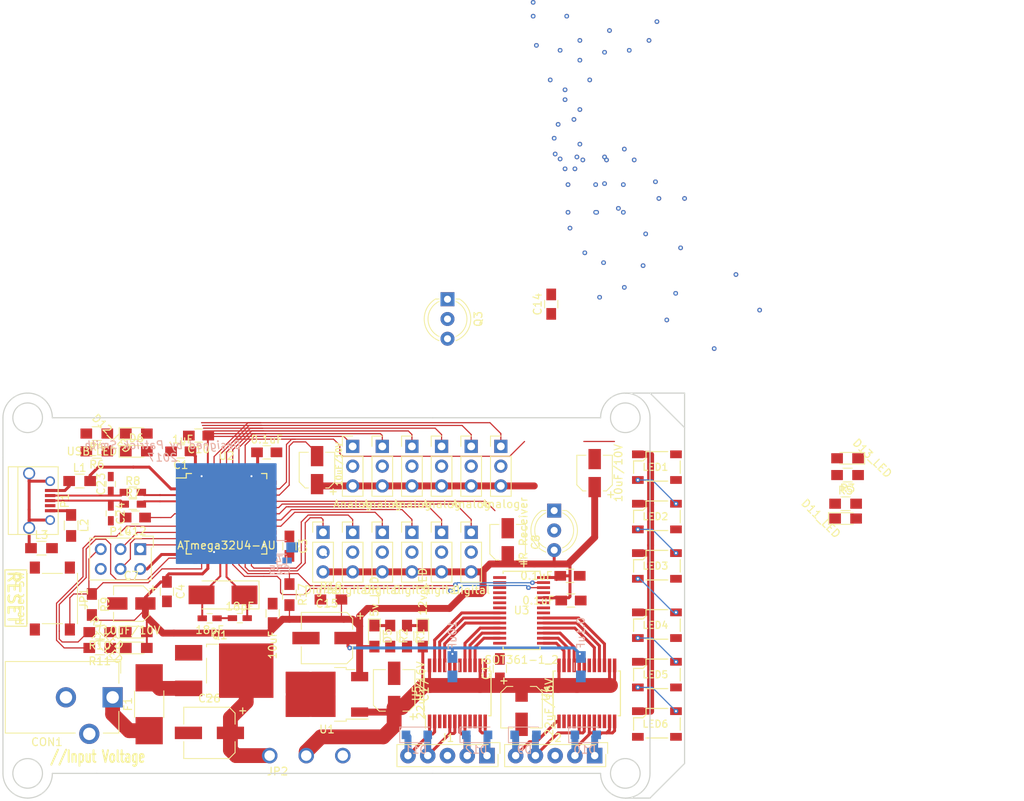
<source format=kicad_pcb>
(kicad_pcb (version 4) (host pcbnew 4.0.6)
  (layers (0 F.Cu signal) (31 B.Cu signal) (34 B.Paste user) (35 F.Paste user) (36 B.SilkS user) (37 F.SilkS user) (38 B.Mask user) (39 F.Mask user) (44 Edge.Cuts user))
  (net 0 "")
  (net 1 +5V)
  (net 2 GND)
  (net 3 "Net-(C9-Pad1)")
  (net 4 /AREF)
  (net 5 "Net-(C11-Pad1)")
  (net 6 "Net-(C12-Pad1)")
  (net 7 +12V)
  (net 8 "Net-(CON1-Pad1)")
  (net 9 "Net-(D1-Pad1)")
  (net 10 "Net-(D2-Pad1)")
  (net 11 D13)
  (net 12 "Net-(D3-Pad1)")
  (net 13 D12)
  (net 14 "Net-(D4-Pad1)")
  (net 15 D11)
  (net 16 "Net-(D5-Pad1)")
  (net 17 "Net-(D6-Pad1)")
  (net 18 UVcc)
  (net 19 "Net-(D7-Pad1)")
  (net 20 "Net-(D8-Pad1)")
  (net 21 /MotorDriver/A01)
  (net 22 /MotorDriver/A02)
  (net 23 /MotorDriver/B01)
  (net 24 /MotorDriver/B02)
  (net 25 /MotorDriver/C01)
  (net 26 /MotorDriver/C02)
  (net 27 /MotorDriver/D01)
  (net 28 /MotorDriver/D02)
  (net 29 "Net-(F1-Pad2)")
  (net 30 /Reset)
  (net 31 "Net-(LED1-Pad4)")
  (net 32 D10)
  (net 33 "Net-(LED2-Pad4)")
  (net 34 "Net-(LED3-Pad4)")
  (net 35 "Net-(LED4-Pad4)")
  (net 36 "Net-(LED5-Pad4)")
  (net 37 D-)
  (net 38 D+)
  (net 39 "Net-(P1-Pad4)")
  (net 40 A5)
  (net 41 D7)
  (net 42 A4)
  (net 43 D6)
  (net 44 A3)
  (net 45 D5)
  (net 46 A2)
  (net 47 D4)
  (net 48 A1)
  (net 49 D1/TXO)
  (net 50 A0)
  (net 51 D0/RXI)
  (net 52 D8)
  (net 53 D9)
  (net 54 "Net-(R10-Pad2)")
  (net 55 "Net-(R11-Pad2)")
  (net 56 /SDA/D2)
  (net 57 /SCL/D3)
  (net 58 SCK)
  (net 59 MOSI)
  (net 60 MISO)
  (net 61 /MotorDriver/PWM0)
  (net 62 /MotorDriver/PWM1)
  (net 63 /MotorDriver/PWM2)
  (net 64 /MotorDriver/PWM3)
  (net 65 /MotorDriver/PWM4)
  (net 66 /MotorDriver/PWM5)
  (net 67 /MotorDriver/PWM6)
  (net 68 /MotorDriver/PWM7)
  (net 69 /MotorDriver/PWM8)
  (net 70 /MotorDriver/PWM9)
  (net 71 /MotorDriver/PWM10)
  (net 72 /MotorDriver/PWM11)
  (net 73 /MotorDriver/PWM12)
  (net 74 /MotorDriver/PWM13)
  (net 75 /MotorDriver/PWM14)
  (net 76 /MotorDriver/PWM15)
  (net 77 "Net-(L1-Pad1)")
  (net 78 "Net-(L2-Pad1)")
  (net 79 "Net-(L3-Pad1)")
  (net 80 /dGnd)
  (net 81 "Net-(LED6-Pad4)")
  (net 82 "Net-(C26-Pad1)")
  (net 83 "Net-(C26-Pad2)")
  (net 84 "Net-(U2-Pad22)")
  (net 85 "Net-(U2-Pad25)")
  (net 86 "Net-(U2-Pad1)")
  (module NeoPixel:WS2812B_smallsilk (layer F.Cu) (at 188.214 95.25 180)
    (fp_text reference LED1 (at 0.2 0 180) (layer F.SilkS) (effects (font (size 0.9 0.9) (thickness 0.1524))))
    (fp_text value NeoPixel hide)
    (pad 4 smd rect (at 2.45 -1.65 180) (size 1.5 1) (layers F.Cu F.Paste F.Mask) (net 31 "Net-(LED1-Pad4)"))
    (pad 1 smd rect (at -2.45 -1.65 180) (size 1.5 1) (layers F.Cu F.Paste F.Mask) (net 2 GND))
    (pad 2 smd rect (at -2.45 1.65 180) (size 1.5 1) (layers F.Cu F.Paste F.Mask) (net 32 D10))
    (pad 3 smd rect (at 2.45 1.65 180) (size 1.5 1) (layers F.Cu F.Paste F.Mask) (net 1 +5V))
  )
  (module Housings_QFP:TQFP-44_10x10mm_Pitch0.8mm (layer F.Cu) (at 132.88 101.242)
    (fp_text reference U2 (at 0 -7.45) (layer F.SilkS))
    (fp_text value ATmega32U4-AU (at 0 4.064) (layer F.SilkS))
    (pad 1 smd rect (at -5.7 -4) (size 1.5 0.55) (layers F.Cu F.Paste F.Mask) (net 86 "Net-(U2-Pad1)"))
    (pad 2 smd rect (at -5.7 -3.2) (size 1.5 0.55) (layers F.Cu F.Paste F.Mask) (net 18 UVcc))
    (pad 3 smd rect (at -5.7 -2.4) (size 1.5 0.55) (layers F.Cu F.Paste F.Mask) (net 37 D-))
    (pad 4 smd rect (at -5.7 -1.6) (size 1.5 0.55) (layers F.Cu F.Paste F.Mask) (net 38 D+))
    (pad 5 smd rect (at -5.7 -0.8) (size 1.5 0.55) (layers F.Cu F.Paste F.Mask) (net 2 GND))
    (pad 6 smd rect (at -5.7 0) (size 1.5 0.55) (layers F.Cu F.Paste F.Mask) (net 6 "Net-(C12-Pad1)"))
    (pad 7 smd rect (at -5.7 0.8) (size 1.5 0.55) (layers F.Cu F.Paste F.Mask) (net 18 UVcc))
    (pad 8 smd rect (at -5.7 1.6) (size 1.5 0.55) (layers F.Cu F.Paste F.Mask) (net 55 "Net-(R11-Pad2)"))
    (pad 9 smd rect (at -5.7 2.4) (size 1.5 0.55) (layers F.Cu F.Paste F.Mask) (net 58 SCK))
    (pad 10 smd rect (at -5.7 3.2) (size 1.5 0.55) (layers F.Cu F.Paste F.Mask) (net 59 MOSI))
    (pad 11 smd rect (at -5.7 4) (size 1.5 0.55) (layers F.Cu F.Paste F.Mask) (net 60 MISO))
    (pad 12 smd rect (at -4 5.7 90) (size 1.5 0.55) (layers F.Cu F.Paste F.Mask) (net 54 "Net-(R10-Pad2)"))
    (pad 13 smd rect (at -3.2 5.7 90) (size 1.5 0.55) (layers F.Cu F.Paste F.Mask) (net 30 /Reset))
    (pad 14 smd rect (at -2.4 5.7 90) (size 1.5 0.55) (layers F.Cu F.Paste F.Mask) (net 1 +5V))
    (pad 15 smd rect (at -1.6 5.7 90) (size 1.5 0.55) (layers F.Cu F.Paste F.Mask) (net 80 /dGnd))
    (pad 16 smd rect (at -0.8 5.7 90) (size 1.5 0.55) (layers F.Cu F.Paste F.Mask) (net 5 "Net-(C11-Pad1)"))
    (pad 17 smd rect (at 0 5.7 90) (size 1.5 0.55) (layers F.Cu F.Paste F.Mask) (net 3 "Net-(C9-Pad1)"))
    (pad 18 smd rect (at 0.8 5.7 90) (size 1.5 0.55) (layers F.Cu F.Paste F.Mask) (net 57 /SCL/D3))
    (pad 19 smd rect (at 1.6 5.7 90) (size 1.5 0.55) (layers F.Cu F.Paste F.Mask) (net 56 /SDA/D2))
    (pad 20 smd rect (at 2.4 5.7 90) (size 1.5 0.55) (layers F.Cu F.Paste F.Mask) (net 51 D0/RXI))
    (pad 21 smd rect (at 3.2 5.7 90) (size 1.5 0.55) (layers F.Cu F.Paste F.Mask) (net 49 D1/TXO))
    (pad 22 smd rect (at 4 5.7 90) (size 1.5 0.55) (layers F.Cu F.Paste F.Mask) (net 84 "Net-(U2-Pad22)"))
    (pad 23 smd rect (at 5.7 4) (size 1.5 0.55) (layers F.Cu F.Paste F.Mask) (net 80 /dGnd))
    (pad 24 smd rect (at 5.7 3.2) (size 1.5 0.55) (layers F.Cu F.Paste F.Mask) (net 1 +5V))
    (pad 25 smd rect (at 5.7 2.4) (size 1.5 0.55) (layers F.Cu F.Paste F.Mask) (net 85 "Net-(U2-Pad25)"))
    (pad 26 smd rect (at 5.7 1.6) (size 1.5 0.55) (layers F.Cu F.Paste F.Mask) (net 47 D4))
    (pad 27 smd rect (at 5.7 0.8) (size 1.5 0.55) (layers F.Cu F.Paste F.Mask) (net 45 D5))
    (pad 28 smd rect (at 5.7 0) (size 1.5 0.55) (layers F.Cu F.Paste F.Mask) (net 43 D6))
    (pad 29 smd rect (at 5.7 -0.8) (size 1.5 0.55) (layers F.Cu F.Paste F.Mask) (net 41 D7))
    (pad 30 smd rect (at 5.7 -1.6) (size 1.5 0.55) (layers F.Cu F.Paste F.Mask) (net 52 D8))
    (pad 31 smd rect (at 5.7 -2.4) (size 1.5 0.55) (layers F.Cu F.Paste F.Mask) (net 53 D9))
    (pad 32 smd rect (at 5.7 -3.2) (size 1.5 0.55) (layers F.Cu F.Paste F.Mask) (net 32 D10))
    (pad 33 smd rect (at 5.7 -4) (size 1.5 0.55) (layers F.Cu F.Paste F.Mask) (net 2 GND))
    (pad 34 smd rect (at 4 -5.7 90) (size 1.5 0.55) (layers F.Cu F.Paste F.Mask) (net 1 +5V))
    (pad 35 smd rect (at 3.2 -5.7 90) (size 1.5 0.55) (layers F.Cu F.Paste F.Mask) (net 80 /dGnd))
    (pad 36 smd rect (at 2.4 -5.7 90) (size 1.5 0.55) (layers F.Cu F.Paste F.Mask) (net 40 A5))
    (pad 37 smd rect (at 1.6 -5.7 90) (size 1.5 0.55) (layers F.Cu F.Paste F.Mask) (net 42 A4))
    (pad 38 smd rect (at 0.8 -5.7 90) (size 1.5 0.55) (layers F.Cu F.Paste F.Mask) (net 44 A3))
    (pad 39 smd rect (at 0 -5.7 90) (size 1.5 0.55) (layers F.Cu F.Paste F.Mask) (net 46 A2))
    (pad 40 smd rect (at -0.8 -5.7 90) (size 1.5 0.55) (layers F.Cu F.Paste F.Mask) (net 48 A1))
    (pad 41 smd rect (at -1.6 -5.7 90) (size 1.5 0.55) (layers F.Cu F.Paste F.Mask) (net 50 A0))
    (pad 42 smd rect (at -2.4 -5.7 90) (size 1.5 0.55) (layers F.Cu F.Paste F.Mask) (net 4 /AREF))
    (pad 43 smd rect (at -3.2 -5.7 90) (size 1.5 0.55) (layers F.Cu F.Paste F.Mask) (net 80 /dGnd))
    (pad 44 smd rect (at -4 -5.7 90) (size 1.5 0.55) (layers F.Cu F.Paste F.Mask) (net 1 +5V))
  )
  (module VIA:VIA-.6mm (layer F.Cu) (at 180.848 73.406)
    (fp_text reference REF** hide)
    (fp_text value VIA-.6mm hide)
    (pad 1 thru_hole circle (at 0 0) (size 0.6 0.6) (drill 0.3) (layers *.Cu) (net 2 GND))
  )
  (module VIA:VIA-.6mm (layer F.Cu) (at 178.943 67.691)
    (fp_text reference REF** hide)
    (fp_text value VIA-.6mm hide)
    (pad 1 thru_hole circle (at 0 0) (size 0.6 0.6) (drill 0.3) (layers *.Cu) (net 2 GND))
  )
  (module VIA:VIA-.6mm (layer F.Cu) (at 177.673 56.896)
    (fp_text reference REF** hide)
    (fp_text value VIA-.6mm hide)
    (pad 1 thru_hole circle (at 0 0) (size 0.6 0.6) (drill 0.3) (layers *.Cu) (net 2 GND))
  )
  (module VIA:VIA-.6mm (layer F.Cu) (at 176.403 56.896)
    (fp_text reference REF** hide)
    (fp_text value VIA-.6mm hide)
    (pad 1 thru_hole circle (at 0 0) (size 0.6 0.6) (drill 0.3) (layers *.Cu) (net 2 GND))
  )
  (module VIA:VIA-.6mm (layer F.Cu) (at 175.006 52.959)
    (fp_text reference REF** hide)
    (fp_text value VIA-.6mm hide)
    (pad 1 thru_hole circle (at 0 0) (size 0.6 0.6) (drill 0.3) (layers *.Cu) (net 2 GND))
  )
  (module VIA:VIA-.6mm (layer F.Cu) (at 227.711 89.535 45)
    (fp_text reference REF** hide)
    (fp_text value VIA-.6mm hide)
  )
  (module VIA:VIA-.6mm (layer F.Cu) (at 186.771 65.263)
    (fp_text reference REF** hide)
    (fp_text value VIA-.6mm hide)
    (pad 1 thru_hole circle (at 0 0) (size 0.6 0.6) (drill 0.3) (layers *.Cu) (net 2 GND))
  )
  (module VIA:VIA-.6mm (layer F.Cu) (at 177.038 64.516)
    (fp_text reference REF** hide)
    (fp_text value VIA-.6mm hide)
    (pad 1 thru_hole circle (at 0 0) (size 0.6 0.6) (drill 0.3) (layers *.Cu) (net 2 GND))
  )
  (module VIA:VIA-.6mm (layer F.Cu) (at 191.77 60.706)
    (fp_text reference REF** hide)
    (fp_text value VIA-.6mm hide)
    (pad 1 thru_hole circle (at 0 0) (size 0.6 0.6) (drill 0.3) (layers *.Cu) (net 2 GND))
  )
  (module VIA:VIA-.6mm (layer F.Cu) (at 188.468 60.706)
    (fp_text reference REF** hide)
    (fp_text value VIA-.6mm hide)
    (pad 1 thru_hole circle (at 0 0) (size 0.6 0.6) (drill 0.3) (layers *.Cu) (net 2 GND))
  )
  (module VIA:VIA-.6mm (layer F.Cu) (at 186.436 69.342)
    (fp_text reference REF** hide)
    (fp_text value VIA-.6mm hide)
    (pad 1 thru_hole circle (at 0 0) (size 0.6 0.6) (drill 0.3) (layers *.Cu) (net 2 GND))
  )
  (module VIA:VIA-.6mm (layer F.Cu) (at 178.308 53.721)
    (fp_text reference REF** hide)
    (fp_text value VIA-.6mm hide)
    (pad 1 thru_hole circle (at 0 0) (size 0.6 0.6) (drill 0.3) (layers *.Cu) (net 2 GND))
  )
  (module VIA:VIA-.6mm (layer F.Cu) (at 180.467 62.484)
    (fp_text reference REF** hide)
    (fp_text value VIA-.6mm hide)
    (pad 1 thru_hole circle (at 0 0) (size 0.6 0.6) (drill 0.3) (layers *.Cu) (net 2 GND))
  )
  (module VIA:VIA-.6mm (layer F.Cu) (at 183.261 61.976)
    (fp_text reference REF** hide)
    (fp_text value VIA-.6mm hide)
    (pad 1 thru_hole circle (at 0 0) (size 0.6 0.6) (drill 0.3) (layers *.Cu) (net 2 GND))
  )
  (module VIA:VIA-.6mm (layer F.Cu) (at 181.483 41.91)
    (fp_text reference REF** hide)
    (fp_text value VIA-.6mm hide)
    (pad 1 thru_hole circle (at 0 0) (size 0.6 0.6) (drill 0.3) (layers *.Cu) (net 2 GND))
  )
  (module VIA:VIA-.6mm (layer F.Cu) (at 172.72 41.021)
    (fp_text reference REF** hide)
    (fp_text value VIA-.6mm hide)
    (pad 1 thru_hole circle (at 0 0) (size 0.6 0.6) (drill 0.3) (layers *.Cu) (net 2 GND))
  )
  (module VIA:VIA-.6mm (layer F.Cu) (at 175.133 54.991)
    (fp_text reference REF** hide)
    (fp_text value VIA-.6mm hide)
    (pad 1 thru_hole circle (at 0 0) (size 0.6 0.6) (drill 0.3) (layers *.Cu) (net 2 GND))
  )
  (module VIA:VIA-.6mm (layer F.Cu) (at 191.262 67.056)
    (fp_text reference REF** hide)
    (fp_text value VIA-.6mm hide)
    (pad 1 thru_hole circle (at 0 0) (size 0.6 0.6) (drill 0.3) (layers *.Cu) (net 2 GND))
  )
  (module VIA:VIA-.6mm (layer F.Cu) (at 184.023 72.136)
    (fp_text reference REF** hide)
    (fp_text value VIA-.6mm hide)
    (pad 1 thru_hole circle (at 0 0) (size 0.6 0.6) (drill 0.3) (layers *.Cu) (net 2 GND))
  )
  (module VIA:VIA-.6mm (layer F.Cu) (at 181.356 68.961)
    (fp_text reference REF** hide)
    (fp_text value VIA-.6mm hide)
    (pad 1 thru_hole circle (at 0 0) (size 0.6 0.6) (drill 0.3) (layers *.Cu) (net 2 GND))
  )
  (module VIA:VIA-.6mm (layer F.Cu) (at 178.308 49.276)
    (fp_text reference REF** hide)
    (fp_text value VIA-.6mm hide)
    (pad 1 thru_hole circle (at 0 0) (size 0.6 0.6) (drill 0.3) (layers *.Cu) (net 2 GND))
  )
  (module VIA:VIA-.6mm (layer F.Cu) (at 174.498 45.466)
    (fp_text reference REF** hide)
    (fp_text value VIA-.6mm hide)
    (pad 1 thru_hole circle (at 0 0) (size 0.6 0.6) (drill 0.3) (layers *.Cu) (net 2 GND))
  )
  (module VIA:VIA-.6mm (layer F.Cu) (at 178.308 42.926)
    (fp_text reference REF** hide)
    (fp_text value VIA-.6mm hide)
    (pad 1 thru_hole circle (at 0 0) (size 0.6 0.6) (drill 0.3) (layers *.Cu) (net 2 GND))
  )
  (module VIA:VIA-.6mm (layer F.Cu) (at 178.308 40.386)
    (fp_text reference REF** hide)
    (fp_text value VIA-.6mm hide)
    (pad 1 thru_hole circle (at 0 0) (size 0.6 0.6) (drill 0.3) (layers *.Cu) (net 2 GND))
  )
  (module VIA:VIA-.6mm (layer F.Cu) (at 187.198 40.386)
    (fp_text reference REF** hide)
    (fp_text value VIA-.6mm hide)
    (pad 1 thru_hole circle (at 0 0) (size 0.6 0.6) (drill 0.3) (layers *.Cu) (net 2 GND))
  )
  (module VIA:VIA-.6mm (layer F.Cu) (at 203.835 72.517)
    (fp_text reference REF** hide)
    (fp_text value VIA-.6mm hide)
    (pad 1 thru_hole circle (at -13.208 0.381) (size 0.6 0.6) (drill 0.3) (layers *.Cu) (net 2 GND))
  )
  (module VIA:VIA-.6mm (layer F.Cu) (at 201.803 74.549)
    (fp_text reference REF** hide)
    (fp_text value VIA-.6mm hide)
    (pad 1 thru_hole circle (at -3.429 -4.064) (size 0.6 0.6) (drill 0.3) (layers *.Cu) (net 2 GND))
  )
  (module VIA:VIA-.6mm (layer F.Cu) (at 231.521 84.455)
    (fp_text reference REF** hide)
    (fp_text value VIA-.6mm hide)
  )
  (module VIA:VIA-.6mm (layer F.Cu) (at 175.768 55.626)
    (fp_text reference REF** hide)
    (fp_text value VIA-.6mm hide)
    (pad 1 thru_hole circle (at 0 0) (size 0.6 0.6) (drill 0.3) (layers *.Cu) (net 2 GND))
  )
  (module VIA:VIA-.6mm (layer F.Cu) (at 176.403 46.736)
    (fp_text reference REF** hide)
    (fp_text value VIA-.6mm hide)
    (pad 1 thru_hole circle (at 0 0) (size 0.6 0.6) (drill 0.3) (layers *.Cu) (net 2 GND))
  )
  (module VIA:VIA-.6mm (layer F.Cu) (at 176.784 58.928)
    (fp_text reference REF** hide)
    (fp_text value VIA-.6mm hide)
    (pad 1 thru_hole circle (at 0 0) (size 0.6 0.6) (drill 0.3) (layers *.Cu) (net 2 GND))
  )
  (module VIA:VIA-.6mm (layer F.Cu) (at 180.34 58.928)
    (fp_text reference REF** hide)
    (fp_text value VIA-.6mm hide)
    (pad 1 thru_hole circle (at 0 0) (size 0.6 0.6) (drill 0.3) (layers *.Cu) (net 2 GND))
  )
  (module VIA:VIA-.6mm (layer F.Cu) (at 183.896 58.928)
    (fp_text reference REF** hide)
    (fp_text value VIA-.6mm hide)
    (pad 1 thru_hole circle (at 0 0) (size 0.6 0.6) (drill 0.3) (layers *.Cu) (net 2 GND))
  )
  (module VIA:VIA-.6mm (layer F.Cu) (at 183.896 62.484)
    (fp_text reference REF** hide)
    (fp_text value VIA-.6mm hide)
    (pad 1 thru_hole circle (at 0 0) (size 0.6 0.6) (drill 0.3) (layers *.Cu) (net 2 GND))
  )
  (module VIA:VIA-.6mm (layer F.Cu) (at 180.34 62.484)
    (fp_text reference REF** hide)
    (fp_text value VIA-.6mm hide)
    (pad 1 thru_hole circle (at 0 0) (size 0.6 0.6) (drill 0.3) (layers *.Cu) (net 2 GND))
  )
  (module VIA:VIA-.6mm (layer F.Cu) (at 176.784 62.484)
    (fp_text reference REF** hide)
    (fp_text value VIA-.6mm hide)
    (pad 1 thru_hole circle (at 0 0) (size 0.6 0.6) (drill 0.3) (layers *.Cu) (net 2 GND))
  )
  (module VIA:VIA-.6mm (layer F.Cu) (at 175.514 51.181)
    (fp_text reference REF** hide)
    (fp_text value VIA-.6mm hide)
    (pad 1 thru_hole circle (at 0 0) (size 0.6 0.6) (drill 0.3) (layers *.Cu) (net 2 GND))
  )
  (module VIA:VIA-.6mm (layer F.Cu) (at 145.669 106.553)
    (fp_text reference REF** hide)
    (fp_text value VIA-.6mm hide)
    (pad 1 thru_hole circle (at 0 0) (size 0.6 0.6) (drill 0.3) (layers *.Cu) (net 2 GND))
  )
  (module VIA:VIA-.6mm (layer F.Cu) (at 175.768 41.656)
    (fp_text reference REF** hide)
    (fp_text value VIA-.6mm hide)
    (pad 1 thru_hole circle (at 0 0) (size 0.6 0.6) (drill 0.3) (layers *.Cu) (net 2 GND))
  )
  (module VIA:VIA-.6mm (layer F.Cu) (at 201.803 77.343)
    (fp_text reference REF** hide)
    (fp_text value VIA-.6mm hide)
    (pad 1 thru_hole circle (at -12.319 -1.016) (size 0.6 0.6) (drill 0.3) (layers *.Cu) (net 2 GND))
  )
  (module VIA:VIA-.6mm (layer F.Cu) (at 176.403 48.006)
    (fp_text reference REF** hide)
    (fp_text value VIA-.6mm hide)
    (pad 1 thru_hole circle (at 0 0) (size 0.6 0.6) (drill 0.3) (layers *.Cu) (net 2 GND))
  )
  (module VIA:VIA-.6mm (layer F.Cu) (at 179.578 45.466)
    (fp_text reference REF** hide)
    (fp_text value VIA-.6mm hide)
    (pad 1 thru_hole circle (at 0 0) (size 0.6 0.6) (drill 0.3) (layers *.Cu) (net 2 GND))
  )
  (module VIA:VIA-.6mm (layer F.Cu) (at 209.169 77.216)
    (fp_text reference REF** hide)
    (fp_text value VIA-.6mm hide)
    (pad 1 thru_hole circle (at -7.747 -2.159) (size 0.6 0.6) (drill 0.3) (layers *.Cu) (net 2 GND))
  )
  (module VIA:VIA-.6mm (layer F.Cu) (at 182.118 39.116)
    (fp_text reference REF** hide)
    (fp_text value VIA-.6mm hide)
    (pad 1 thru_hole circle (at 0 0) (size 0.6 0.6) (drill 0.3) (layers *.Cu) (net 2 GND))
  )
  (module VIA:VIA-.6mm (layer F.Cu) (at 184.658 41.656)
    (fp_text reference REF** hide)
    (fp_text value VIA-.6mm hide)
    (pad 1 thru_hole circle (at 0 0) (size 0.6 0.6) (drill 0.3) (layers *.Cu) (net 2 GND))
  )
  (module VIA:VIA-.6mm (layer F.Cu) (at 177.546 50.546)
    (fp_text reference REF** hide)
    (fp_text value VIA-.6mm hide)
    (pad 1 thru_hole circle (at 0 0) (size 0.6 0.6) (drill 0.3) (layers *.Cu) (net 2 GND))
  )
  (module VIA:VIA-.6mm (layer F.Cu) (at 207.899 82.931)
    (fp_text reference REF** hide)
    (fp_text value VIA-.6mm hide)
    (pad 1 thru_hole circle (at -12.319 -2.921) (size 0.6 0.6) (drill 0.3) (layers *.Cu) (net 2 GND))
  )
  (module VIA:VIA-.6mm (layer F.Cu) (at 188.026801 58.559687 45)
    (fp_text reference REF** hide)
    (fp_text value VIA-.6mm hide)
    (pad 1 thru_hole circle (at 0 0 45) (size 0.6 0.6) (drill 0.3) (layers *.Cu) (net 2 GND))
  )
  (module VIA:VIA-.6mm (layer F.Cu) (at 181.483 58.801)
    (fp_text reference REF** hide)
    (fp_text value VIA-.6mm hide)
    (pad 1 thru_hole circle (at 0 0) (size 0.6 0.6) (drill 0.3) (layers *.Cu) (net 2 GND))
  )
  (module VIA:VIA-.6mm (layer F.Cu) (at 181.483 55.372)
    (fp_text reference REF** hide)
    (fp_text value VIA-.6mm hide)
    (pad 1 thru_hole circle (at 0 0) (size 0.6 0.6) (drill 0.3) (layers *.Cu) (net 2 GND))
  )
  (module VIA:VIA-.6mm (layer F.Cu) (at 177.927 55.372)
    (fp_text reference REF** hide)
    (fp_text value VIA-.6mm hide)
    (pad 1 thru_hole circle (at 0 0) (size 0.6 0.6) (drill 0.3) (layers *.Cu) (net 2 GND))
  )
  (module VIA:VIA-.6mm (layer F.Cu) (at 188.214 37.973)
    (fp_text reference REF** hide)
    (fp_text value VIA-.6mm hide)
    (pad 1 thru_hole circle (at 0 0) (size 0.6 0.6) (drill 0.3) (layers *.Cu) (net 2 GND))
  )
  (module VIA:VIA-.6mm (layer F.Cu) (at 185.293 55.753)
    (fp_text reference REF** hide)
    (fp_text value VIA-.6mm hide)
    (pad 1 thru_hole circle (at 0 0) (size 0.6 0.6) (drill 0.3) (layers *.Cu) (net 2 GND))
  )
  (module VIA:VIA-.6mm (layer F.Cu) (at 181.737 55.753)
    (fp_text reference REF** hide)
    (fp_text value VIA-.6mm hide)
    (pad 1 thru_hole circle (at 0 0) (size 0.6 0.6) (drill 0.3) (layers *.Cu) (net 2 GND))
  )
  (module VIA:VIA-.6mm (layer F.Cu) (at 178.689 55.753)
    (fp_text reference REF** hide)
    (fp_text value VIA-.6mm hide)
    (pad 1 thru_hole circle (at 0 0) (size 0.6 0.6) (drill 0.3) (layers *.Cu) (net 2 GND))
  )
  (module VIA:VIA-.6mm (layer F.Cu) (at 184.023 54.356)
    (fp_text reference REF** hide)
    (fp_text value VIA-.6mm hide)
    (pad 1 thru_hole circle (at 0 0) (size 0.6 0.6) (drill 0.3) (layers *.Cu) (net 2 GND))
  )
  (module VIA:VIA-.6mm (layer F.Cu) (at 176.621 37.269)
    (fp_text reference REF** hide)
    (fp_text value VIA-.6mm hide)
    (pad 1 thru_hole circle (at 0 0) (size 0.6 0.6) (drill 0.3) (layers *.Cu) (net 2 GND))
  )
  (module VIA:VIA-.6mm (layer F.Cu) (at 172.303 37.269)
    (fp_text reference REF** hide)
    (fp_text value VIA-.6mm hide)
    (pad 1 thru_hole circle (at 0 0) (size 0.6 0.6) (drill 0.3) (layers *.Cu) (net 2 GND))
  )
  (module VIA:VIA-.6mm (layer F.Cu) (at 172.303 35.491)
    (fp_text reference REF** hide)
    (fp_text value VIA-.6mm hide)
    (pad 1 thru_hole circle (at 0 0) (size 0.6 0.6) (drill 0.3) (layers *.Cu) (net 2 GND))
  )
  (module NeoPixel:WS2812B_smallsilk (layer F.Cu) (at 188.214 128.27 180)
    (fp_text reference LED6 (at 0.2 0 180) (layer F.SilkS) (effects (font (size 0.9 0.9) (thickness 0.1524))))
    (fp_text value NeoPixel hide)
    (pad 4 smd rect (at 2.45 -1.65 180) (size 1.5 1) (layers F.Cu F.Paste F.Mask) (net 81 "Net-(LED6-Pad4)"))
    (pad 1 smd rect (at -2.45 -1.65 180) (size 1.5 1) (layers F.Cu F.Paste F.Mask) (net 2 GND))
    (pad 2 smd rect (at -2.45 1.65 180) (size 1.5 1) (layers F.Cu F.Paste F.Mask) (net 36 "Net-(LED5-Pad4)"))
    (pad 3 smd rect (at 2.45 1.65 180) (size 1.5 1) (layers F.Cu F.Paste F.Mask) (net 1 +5V))
  )
  (module Capacitors_SMD:C_0805_HandSoldering (layer F.Cu) (at 127 93.218 180)
    (fp_text reference C1 (at 0 -1.75 180) (layer F.SilkS))
    (fp_text value .1uF (at 0 1.524 180) (layer F.SilkS))
    (pad 1 smd rect (at -1.25 0 180) (size 1.5 1.25) (layers F.Cu F.Paste F.Mask) (net 1 +5V))
    (pad 2 smd rect (at 1.25 0 180) (size 1.5 1.25) (layers F.Cu F.Paste F.Mask) (net 2 GND))
  )
  (module Capacitors_SMD:C_0805_HandSoldering (layer F.Cu) (at 138.049 93.345)
    (fp_text reference C2 hide)
    (fp_text value 0.1uF (at 0 -1.651) (layer F.SilkS))
    (pad 1 smd rect (at -1.25 0) (size 1.5 1.25) (layers F.Cu F.Paste F.Mask) (net 1 +5V))
    (pad 2 smd rect (at 1.25 0) (size 1.5 1.25) (layers F.Cu F.Paste F.Mask) (net 2 GND))
  )
  (module Capacitors_SMD:C_0805_HandSoldering (layer F.Cu) (at 140.97 105.41 270)
    (fp_text reference C3 (at 0 -1.75 270) (layer F.SilkS))
    (fp_text value 0.1uF)
    (pad 1 smd rect (at -1.25 0 270) (size 1.5 1.25) (layers F.Cu F.Paste F.Mask) (net 1 +5V))
    (pad 2 smd rect (at 1.25 0 270) (size 1.5 1.25) (layers F.Cu F.Paste F.Mask) (net 2 GND))
  )
  (module Capacitors_SMD:C_0805_HandSoldering (layer F.Cu) (at 125.222 111.252 270)
    (fp_text reference C4 (at 0 -1.75 270) (layer F.SilkS))
    (fp_text value 0.1uF)
    (pad 1 smd rect (at -1.25 0 270) (size 1.5 1.25) (layers F.Cu F.Paste F.Mask) (net 1 +5V))
    (pad 2 smd rect (at 1.25 0 270) (size 1.5 1.25) (layers F.Cu F.Paste F.Mask) (net 2 GND))
  )
  (module Capacitors_SMD:CP_Elec_4x4.5 (layer F.Cu) (at 144.526 95.631 90)
    (fp_text reference C5 hide)
    (fp_text value 10uF/10V (at 0.762 2.794 90) (layer F.SilkS) (effects (font (size 0.75 0.75))))
    (fp_text user + (at -2.78 1.99 270) (layer F.SilkS))
    (pad 1 smd rect (at -1.8 0 270) (size 2.6 1.6) (layers F.Cu F.Paste F.Mask) (net 1 +5V))
    (pad 2 smd rect (at 1.8 0 270) (size 2.6 1.6) (layers F.Cu F.Paste F.Mask) (net 2 GND))
  )
  (module Capacitors_SMD:CP_Elec_4x4.5 (layer F.Cu) (at 180.213 96.012 90)
    (fp_text reference C6 hide)
    (fp_text value 10uF/10V (at 0 3.048 90) (layer F.SilkS))
    (fp_text user + (at -2.78 1.99 270) (layer F.SilkS))
    (pad 1 smd rect (at -1.8 0 270) (size 2.6 1.6) (layers F.Cu F.Paste F.Mask) (net 1 +5V))
    (pad 2 smd rect (at 1.8 0 270) (size 2.6 1.6) (layers F.Cu F.Paste F.Mask) (net 2 GND))
  )
  (module Capacitors_SMD:CP_Elec_4x4.5 (layer F.Cu) (at 120.65 112.776 180)
    (fp_text reference C7 (at 0 3.58 360) (layer F.SilkS))
    (fp_text value 10uF/10V (at 0 -3.45 180) (layer F.SilkS))
    (fp_text user + (at -2.78 1.99 360) (layer F.SilkS))
    (pad 1 smd rect (at -1.8 0) (size 2.6 1.6) (layers F.Cu F.Paste F.Mask) (net 1 +5V))
    (pad 2 smd rect (at 1.8 0) (size 2.6 1.6) (layers F.Cu F.Paste F.Mask) (net 2 GND))
  )
  (module Capacitors_SMD:CP_Elec_4x4.5 (layer F.Cu) (at 169.037 104.902 90)
    (fp_text reference C8 (at 0 3.58 270) (layer F.SilkS))
    (fp_text value 10uF/10V)
    (fp_text user + (at -2.78 1.99 270) (layer F.SilkS))
    (pad 1 smd rect (at -1.8 0 270) (size 2.6 1.6) (layers F.Cu F.Paste F.Mask) (net 1 +5V))
    (pad 2 smd rect (at 1.8 0 270) (size 2.6 1.6) (layers F.Cu F.Paste F.Mask) (net 2 GND))
  )
  (module Capacitors_SMD:C_0603_HandSoldering (layer F.Cu) (at 134.59 114.662 180)
    (fp_text reference C9 hide)
    (fp_text value 18pF (at 0 1.5 180) (layer F.SilkS))
    (pad 1 smd rect (at -0.95 0 180) (size 1.2 0.75) (layers F.Cu F.Paste F.Mask) (net 3 "Net-(C9-Pad1)"))
    (pad 2 smd rect (at 0.95 0 180) (size 1.2 0.75) (layers F.Cu F.Paste F.Mask) (net 2 GND))
  )
  (module Capacitors_SMD:C_0805_HandSoldering (layer F.Cu) (at 129.286 91.186 180)
    (fp_text reference C10 (at 0 -1.75 180) (layer F.SilkS))
    (fp_text value 0.1uF)
    (pad 1 smd rect (at -1.25 0 180) (size 1.5 1.25) (layers F.Cu F.Paste F.Mask) (net 4 /AREF))
    (pad 2 smd rect (at 1.25 0 180) (size 1.5 1.25) (layers F.Cu F.Paste F.Mask) (net 2 GND))
  )
  (module Capacitors_SMD:C_0603_HandSoldering (layer F.Cu) (at 130.71 114.682)
    (fp_text reference C11 hide)
    (fp_text value 18pF (at 0 1.5) (layer F.SilkS))
    (pad 1 smd rect (at -0.95 0) (size 1.2 0.75) (layers F.Cu F.Paste F.Mask) (net 5 "Net-(C11-Pad1)"))
    (pad 2 smd rect (at 0.95 0) (size 1.2 0.75) (layers F.Cu F.Paste F.Mask) (net 2 GND))
  )
  (module Capacitors_SMD:C_0805_HandSoldering (layer F.Cu) (at 121.158 101.727 180)
    (fp_text reference C12 (at 0 -1.75 180) (layer F.SilkS))
    (fp_text value 1uF)
    (pad 1 smd rect (at -1.25 0 180) (size 1.5 1.25) (layers F.Cu F.Paste F.Mask) (net 6 "Net-(C12-Pad1)"))
    (pad 2 smd rect (at 1.25 0 180) (size 1.5 1.25) (layers F.Cu F.Paste F.Mask) (net 2 GND))
  )
  (module Capacitors_SMD:C_0805_HandSoldering (layer F.Cu) (at 168.021 121.158 90)
    (fp_text reference C13 (at 0 -1.75 90) (layer F.SilkS))
    (fp_text value 0.33uF)
    (pad 1 smd rect (at -1.25 0 90) (size 1.5 1.25) (layers F.Cu F.Paste F.Mask) (net 7 +12V))
    (pad 2 smd rect (at 1.25 0 90) (size 1.5 1.25) (layers F.Cu F.Paste F.Mask) (net 2 GND))
  )
  (module Capacitors_SMD:C_0805_HandSoldering (layer F.Cu) (at 174.625 74.295 90)
    (fp_text reference C14 (at 0 -1.75 90) (layer F.SilkS))
    (fp_text value 0.1uF)
    (pad 1 smd rect (at -1.25 0 90) (size 1.5 1.25) (layers F.Cu F.Paste F.Mask) (net 1 +5V))
    (pad 2 smd rect (at 1.25 0 90) (size 1.5 1.25) (layers F.Cu F.Paste F.Mask) (net 2 GND))
  )
  (module Capacitors_SMD:CP_Elec_6.3x7.7 (layer F.Cu) (at 145.796 117.221 180)
    (fp_text reference C15 (at 0 4.43 180) (layer F.SilkS))
    (fp_text value 100uF)
    (fp_text user + (at -4.28 2.91 180) (layer F.SilkS))
    (pad 1 smd rect (at -2.7 0) (size 3.5 1.6) (layers F.Cu F.Paste F.Mask) (net 1 +5V))
    (pad 2 smd rect (at 2.7 0) (size 3.5 1.6) (layers F.Cu F.Paste F.Mask) (net 2 GND))
  )
  (module Capacitors_SMD:CP_Elec_5x5.8 (layer F.Cu) (at 170.815 126.111 270)
    (fp_text reference C16 hide)
    (fp_text value 22uF/16V (at 0 -3.556 270) (layer F.SilkS))
    (fp_text user + (at -3.38 2.35 270) (layer F.SilkS))
    (pad 1 smd rect (at -2.2 0 90) (size 3 1.6) (layers F.Cu F.Paste F.Mask) (net 7 +12V))
    (pad 2 smd rect (at 2.2 0 90) (size 3 1.6) (layers F.Cu F.Paste F.Mask) (net 2 GND))
  )
  (module Capacitors_SMD:CP_Elec_5x5.8 (layer F.Cu) (at 154.432 123.952 90)
    (fp_text reference C17 (at 0 3.92 90) (layer F.SilkS))
    (fp_text value 22uF/16V (at 0 3.429 90) (layer F.SilkS))
    (fp_text user + (at -3.38 2.35 90) (layer F.SilkS))
    (pad 1 smd rect (at -2.2 0 270) (size 3 1.6) (layers F.Cu F.Paste F.Mask) (net 7 +12V))
    (pad 2 smd rect (at 2.2 0 270) (size 3 1.6) (layers F.Cu F.Paste F.Mask) (net 2 GND))
  )
  (module Capacitors_SMD:C_0805_HandSoldering (layer F.Cu) (at 138.811 114.046 90)
    (fp_text reference C18 hide)
    (fp_text value 10uF (at -4.064 0 90) (layer F.SilkS))
    (pad 1 smd rect (at -1.25 0 90) (size 1.5 1.25) (layers F.Cu F.Paste F.Mask) (net 1 +5V))
    (pad 2 smd rect (at 1.25 0 90) (size 1.5 1.25) (layers F.Cu F.Paste F.Mask) (net 2 GND))
  )
  (module Capacitors_SMD:C_0805_HandSoldering (layer B.Cu) (at 178.435 120.904 270)
    (fp_text reference C19 hide)
    (fp_text value 0.1uF (at -4.318 0 270) (layer B.SilkS) (effects (justify mirror)))
    (pad 1 smd rect (at -1.25 0 270) (size 1.5 1.25) (layers B.Cu B.Paste B.Mask) (net 1 +5V))
    (pad 2 smd rect (at 1.25 0 270) (size 1.5 1.25) (layers B.Cu B.Paste B.Mask) (net 2 GND))
  )
  (module Capacitors_SMD:C_0805_HandSoldering (layer F.Cu) (at 177.165 112.395)
    (fp_text reference C20 hide)
    (fp_text value 0.1uF (at -4.191 0) (layer F.SilkS))
    (pad 1 smd rect (at -1.25 0) (size 1.5 1.25) (layers F.Cu F.Paste F.Mask) (net 1 +5V))
    (pad 2 smd rect (at 1.25 0) (size 1.5 1.25) (layers F.Cu F.Paste F.Mask) (net 2 GND))
  )
  (module Capacitors_SMD:C_0805_HandSoldering (layer F.Cu) (at 177.038 109.22)
    (fp_text reference C21 hide)
    (fp_text value 0.1uF (at -4.318 0) (layer F.SilkS))
    (pad 1 smd rect (at -1.25 0) (size 1.5 1.25) (layers F.Cu F.Paste F.Mask) (net 1 +5V))
    (pad 2 smd rect (at 1.25 0) (size 1.5 1.25) (layers F.Cu F.Paste F.Mask) (net 2 GND))
  )
  (module Capacitors_SMD:C_0805_HandSoldering (layer B.Cu) (at 161.925 120.904 270)
    (fp_text reference C22 hide)
    (fp_text value 10uF (at -4.064 0 270) (layer B.SilkS) (effects (justify mirror)))
    (pad 1 smd rect (at -1.25 0 270) (size 1.5 1.25) (layers B.Cu B.Paste B.Mask) (net 1 +5V))
    (pad 2 smd rect (at 1.25 0 270) (size 1.5 1.25) (layers B.Cu B.Paste B.Mask) (net 2 GND))
  )
  (module Connectors:Barrel_Jack_CUI_PJ-102AH (layer F.Cu) (at 118.237 124.841 270)
    (fp_text reference CON1 (at 5.75 8.45 360) (layer F.SilkS))
    (fp_text value BARREL_JACK)
    (pad 1 thru_hole rect (at 0 0 270) (size 2.6 2.6) (drill 1.6) (layers *.Cu *.Mask) (net 8 "Net-(CON1-Pad1)"))
    (pad 2 thru_hole circle (at 0 6 270) (size 2.6 2.6) (drill 1.6) (layers *.Cu *.Mask) (net 2 GND))
    (pad 3 thru_hole circle (at 4.7 3 270) (size 2.6 2.6) (drill 1.6) (layers *.Cu *.Mask) (net 2 GND))
  )
  (module LEDs:LED_0805_HandSoldering (layer F.Cu) (at 158.115 116.967 270)
    (fp_text reference D1 hide)
    (fp_text value 12v_LED (at -5.715 0 450) (layer F.SilkS))
    (pad 1 smd rect (at -1.35 0 270) (size 1.5 1.3) (layers F.Cu F.Paste F.Mask) (net 9 "Net-(D1-Pad1)"))
    (pad 2 smd rect (at 1.35 0 270) (size 1.5 1.3) (layers F.Cu F.Paste F.Mask) (net 7 +12V))
  )
  (module LEDs:LED_0805_HandSoldering (layer F.Cu) (at 212.725 94.107 180)
    (fp_text reference D2 hide)
    (fp_text value D13_LED (at -3.175 0 315) (layer F.SilkS))
    (pad 1 smd rect (at -1.35 0 180) (size 1.5 1.3) (layers F.Cu F.Paste F.Mask) (net 10 "Net-(D2-Pad1)"))
    (pad 2 smd rect (at 1.35 0 180) (size 1.5 1.3) (layers F.Cu F.Paste F.Mask) (net 11 D13))
  )
  (module LEDs:LED_0805_HandSoldering (layer F.Cu) (at 121.285 90.932)
    (fp_text reference D3 hide)
    (fp_text value D12_LED (at -3.175 0 135) (layer F.SilkS))
    (pad 1 smd rect (at -1.35 0) (size 1.5 1.3) (layers F.Cu F.Paste F.Mask) (net 12 "Net-(D3-Pad1)"))
    (pad 2 smd rect (at 1.35 0) (size 1.5 1.3) (layers F.Cu F.Paste F.Mask) (net 13 D12))
  )
  (module LEDs:LED_0805_HandSoldering (layer F.Cu) (at 212.471 101.854)
    (fp_text reference D4 hide)
    (fp_text value D11_LED (at -3.175 0 135) (layer F.SilkS))
    (pad 1 smd rect (at -1.35 0) (size 1.5 1.3) (layers F.Cu F.Paste F.Mask) (net 14 "Net-(D4-Pad1)"))
    (pad 2 smd rect (at 1.35 0) (size 1.5 1.3) (layers F.Cu F.Paste F.Mask) (net 15 D11))
  )
  (module LEDs:LED_0805_HandSoldering (layer F.Cu) (at 151.892 116.967 270)
    (fp_text reference D5 (at 0 -1.7 270) (layer F.SilkS))
    (fp_text value 5v_LED (at -5.08 0 450) (layer F.SilkS))
    (pad 1 smd rect (at -1.35 0 270) (size 1.5 1.3) (layers F.Cu F.Paste F.Mask) (net 16 "Net-(D5-Pad1)"))
    (pad 2 smd rect (at 1.35 0 270) (size 1.5 1.3) (layers F.Cu F.Paste F.Mask) (net 1 +5V))
  )
  (module LEDs:LED_0805_HandSoldering (layer F.Cu) (at 121.285 93.218)
    (fp_text reference D6 (at 0 -1.7) (layer F.SilkS))
    (fp_text value USB_LED (at -5.715 0) (layer F.SilkS))
    (pad 1 smd rect (at -1.35 0) (size 1.5 1.3) (layers F.Cu F.Paste F.Mask) (net 17 "Net-(D6-Pad1)"))
    (pad 2 smd rect (at 1.35 0) (size 1.5 1.3) (layers F.Cu F.Paste F.Mask) (net 18 UVcc))
  )
  (module LEDs:LED_0805_HandSoldering (layer F.Cu) (at 121.285 116.459)
    (fp_text reference D7 hide)
    (fp_text value RX_LED (at -3.81 0.127 135) (layer F.SilkS))
    (pad 1 smd rect (at -1.35 0) (size 1.5 1.3) (layers F.Cu F.Paste F.Mask) (net 19 "Net-(D7-Pad1)"))
    (pad 2 smd rect (at 1.35 0) (size 1.5 1.3) (layers F.Cu F.Paste F.Mask) (net 1 +5V))
  )
  (module LEDs:LED_0805_HandSoldering (layer F.Cu) (at 121.285 118.491)
    (fp_text reference D8 hide)
    (fp_text value TX_LED (at -3.81 0 135) (layer F.SilkS))
    (pad 1 smd rect (at -1.35 0) (size 1.5 1.3) (layers F.Cu F.Paste F.Mask) (net 20 "Net-(D8-Pad1)"))
    (pad 2 smd rect (at 1.35 0) (size 1.5 1.3) (layers F.Cu F.Paste F.Mask) (net 1 +5V))
  )
  (module Diodes_SMD:D_SOD-123F (layer B.Cu) (at 171.323 129.667)
    (fp_text reference D9 (at -0.127 1.905) (layer B.SilkS) (effects (justify mirror)))
    (fp_text value FlyBack)
    (pad 1 smd rect (at -1.4 0) (size 1.1 1.1) (layers B.Cu B.Paste B.Mask) (net 21 /MotorDriver/A01))
    (pad 2 smd rect (at 1.4 0) (size 1.1 1.1) (layers B.Cu B.Paste B.Mask) (net 22 /MotorDriver/A02))
  )
  (module Diodes_SMD:D_SOD-123F (layer B.Cu) (at 179.07 129.667)
    (fp_text reference D10 (at -0.127 1.905) (layer B.SilkS) (effects (justify mirror)))
    (fp_text value FlyBack)
    (pad 1 smd rect (at -1.4 0) (size 1.1 1.1) (layers B.Cu B.Paste B.Mask) (net 23 /MotorDriver/B01))
    (pad 2 smd rect (at 1.4 0) (size 1.1 1.1) (layers B.Cu B.Paste B.Mask) (net 24 /MotorDriver/B02))
  )
  (module Diodes_SMD:D_SOD-123F (layer B.Cu) (at 157.353 129.667)
    (fp_text reference D11 (at -0.127 1.905) (layer B.SilkS) (effects (justify mirror)))
    (fp_text value FlyBack)
    (pad 1 smd rect (at -1.4 0) (size 1.1 1.1) (layers B.Cu B.Paste B.Mask) (net 25 /MotorDriver/C01))
    (pad 2 smd rect (at 1.4 0) (size 1.1 1.1) (layers B.Cu B.Paste B.Mask) (net 26 /MotorDriver/C02))
  )
  (module Diodes_SMD:D_SOD-123F (layer B.Cu) (at 165.1 129.667)
    (fp_text reference D12 (at -0.127 1.905) (layer B.SilkS) (effects (justify mirror)))
    (fp_text value FlyBack)
    (pad 1 smd rect (at -1.4 0) (size 1.1 1.1) (layers B.Cu B.Paste B.Mask) (net 27 /MotorDriver/D01))
    (pad 2 smd rect (at 1.4 0) (size 1.1 1.1) (layers B.Cu B.Paste B.Mask) (net 28 /MotorDriver/D02))
  )
  (module Resistors_SMD:R_1812_HandSoldering (layer F.Cu) (at 122.936 125.73 90)
    (fp_text reference F1 (at 0 -2.72 90) (layer F.SilkS))
    (fp_text value Polyfuse)
    (pad 1 smd rect (at -3.4 0 90) (size 3.5 3.5) (layers F.Cu F.Paste F.Mask) (net 8 "Net-(CON1-Pad1)"))
    (pad 2 smd rect (at 3.4 0 90) (size 3.5 3.5) (layers F.Cu F.Paste F.Mask) (net 29 "Net-(F1-Pad2)"))
  )
  (module Buttons_Switches_SMD:SW_SPST_PTS645 (layer F.Cu) (at 110.49 112.141 270)
    (fp_text reference JP1 (at 0 -4.05 270) (layer F.SilkS))
    (fp_text value "Reset SW" (at 0 4.15 270) (layer F.SilkS))
    (pad 2 smd rect (at -3.98 2.25 270) (size 1.55 1.3) (layers F.Cu F.Paste F.Mask) (net 2 GND))
    (pad 1 smd rect (at -3.98 -2.25 270) (size 1.55 1.3) (layers F.Cu F.Paste F.Mask) (net 30 /Reset))
    (pad 1 smd rect (at 3.98 -2.25 270) (size 1.55 1.3) (layers F.Cu F.Paste F.Mask) (net 30 /Reset))
    (pad 2 smd rect (at 3.98 2.25 270) (size 1.55 1.3) (layers F.Cu F.Paste F.Mask) (net 2 GND))
  )
  (module "SlideSW:Slide SW" (layer F.Cu) (at 138.43 132.334)
    (fp_text reference JP2 (at 1.016 2.032) (layer F.SilkS))
    (fp_text value "PWR SW")
    (pad 1 thru_hole circle (at 0 0) (size 2 2) (drill 1.35) (layers *.Cu *.Mask) (net 82 "Net-(C26-Pad1)"))
    (pad 2 thru_hole circle (at 4.7 0) (size 2 2) (drill 1.35) (layers *.Cu *.Mask) (net 7 +12V))
    (pad 3 thru_hole circle (at 9.4 0) (size 2 2) (drill 1.35) (layers *.Cu *.Mask))
  )
  (module NeoPixel:WS2812B_smallsilk (layer F.Cu) (at 188.214 101.6 180)
    (fp_text reference LED2 (at 0.2 0 180) (layer F.SilkS) (effects (font (size 0.9 0.9) (thickness 0.1524))))
    (fp_text value NeoPixel hide)
    (pad 4 smd rect (at 2.45 -1.65 180) (size 1.5 1) (layers F.Cu F.Paste F.Mask) (net 33 "Net-(LED2-Pad4)"))
    (pad 1 smd rect (at -2.45 -1.65 180) (size 1.5 1) (layers F.Cu F.Paste F.Mask) (net 2 GND))
    (pad 2 smd rect (at -2.45 1.65 180) (size 1.5 1) (layers F.Cu F.Paste F.Mask) (net 31 "Net-(LED1-Pad4)"))
    (pad 3 smd rect (at 2.45 1.65 180) (size 1.5 1) (layers F.Cu F.Paste F.Mask) (net 1 +5V))
  )
  (module NeoPixel:WS2812B_smallsilk (layer F.Cu) (at 188.214 107.95 180)
    (fp_text reference LED3 (at 0.2 0 180) (layer F.SilkS) (effects (font (size 0.9 0.9) (thickness 0.1524))))
    (fp_text value NeoPixel hide)
    (pad 4 smd rect (at 2.45 -1.65 180) (size 1.5 1) (layers F.Cu F.Paste F.Mask) (net 34 "Net-(LED3-Pad4)"))
    (pad 1 smd rect (at -2.45 -1.65 180) (size 1.5 1) (layers F.Cu F.Paste F.Mask) (net 2 GND))
    (pad 2 smd rect (at -2.45 1.65 180) (size 1.5 1) (layers F.Cu F.Paste F.Mask) (net 33 "Net-(LED2-Pad4)"))
    (pad 3 smd rect (at 2.45 1.65 180) (size 1.5 1) (layers F.Cu F.Paste F.Mask) (net 1 +5V))
  )
  (module NeoPixel:WS2812B_smallsilk (layer F.Cu) (at 188.214 115.57 180)
    (fp_text reference LED4 (at 0.2 0 180) (layer F.SilkS) (effects (font (size 0.9 0.9) (thickness 0.1524))))
    (fp_text value NeoPixel hide)
    (pad 4 smd rect (at 2.45 -1.65 180) (size 1.5 1) (layers F.Cu F.Paste F.Mask) (net 35 "Net-(LED4-Pad4)"))
    (pad 1 smd rect (at -2.45 -1.65 180) (size 1.5 1) (layers F.Cu F.Paste F.Mask) (net 2 GND))
    (pad 2 smd rect (at -2.45 1.65 180) (size 1.5 1) (layers F.Cu F.Paste F.Mask) (net 34 "Net-(LED3-Pad4)"))
    (pad 3 smd rect (at 2.45 1.65 180) (size 1.5 1) (layers F.Cu F.Paste F.Mask) (net 1 +5V))
  )
  (module NeoPixel:WS2812B_smallsilk (layer F.Cu) (at 188.214 121.92 180)
    (fp_text reference LED5 (at 0.2 0 180) (layer F.SilkS) (effects (font (size 0.9 0.9) (thickness 0.1524))))
    (fp_text value NeoPixel hide)
    (pad 4 smd rect (at 2.45 -1.65 180) (size 1.5 1) (layers F.Cu F.Paste F.Mask) (net 36 "Net-(LED5-Pad4)"))
    (pad 1 smd rect (at -2.45 -1.65 180) (size 1.5 1) (layers F.Cu F.Paste F.Mask) (net 2 GND))
    (pad 2 smd rect (at -2.45 1.65 180) (size 1.5 1) (layers F.Cu F.Paste F.Mask) (net 35 "Net-(LED4-Pad4)"))
    (pad 3 smd rect (at 2.45 1.65 180) (size 1.5 1) (layers F.Cu F.Paste F.Mask) (net 1 +5V))
  )
  (module Connectors:USB_Micro-B (layer F.Cu) (at 108.858 99.552 270)
    (fp_text reference P1 (at 0 -3.24 270) (layer F.SilkS))
    (fp_text value USB_OTG)
    (pad 1 smd rect (at -1.3 -1.35) (size 1.35 0.4) (layers F.Cu F.Paste F.Mask) (net 77 "Net-(L1-Pad1)"))
    (pad 2 smd rect (at -0.65 -1.35) (size 1.35 0.4) (layers F.Cu F.Paste F.Mask) (net 37 D-))
    (pad 3 smd rect (at 0 -1.35) (size 1.35 0.4) (layers F.Cu F.Paste F.Mask) (net 38 D+))
    (pad 4 smd rect (at 0.65 -1.35) (size 1.35 0.4) (layers F.Cu F.Paste F.Mask) (net 39 "Net-(P1-Pad4)"))
    (pad 5 smd rect (at 1.3 -1.35) (size 1.35 0.4) (layers F.Cu F.Paste F.Mask) (net 78 "Net-(L2-Pad1)"))
    (pad 6 thru_hole circle (at -2.5 -1.35) (size 1.25 1.25) (drill 0.85) (layers *.Cu *.Mask) (net 79 "Net-(L3-Pad1)"))
    (pad 6 thru_hole circle (at 2.5 -1.35) (size 1.25 1.25) (drill 0.85) (layers *.Cu *.Mask) (net 79 "Net-(L3-Pad1)"))
    (pad 6 thru_hole circle (at -3.5 1.35) (size 1.55 1.55) (drill 1.15) (layers *.Cu *.Mask) (net 79 "Net-(L3-Pad1)"))
    (pad 6 thru_hole circle (at 3.5 1.35) (size 1.55 1.55) (drill 1.15) (layers *.Cu *.Mask) (net 79 "Net-(L3-Pad1)"))
  )
  (module Socket_Strips:Socket_Strip_Straight_1x03_Pitch2.54mm (layer F.Cu) (at 149.098 92.583)
    (fp_text reference P2 hide)
    (fp_text value Analog (at 0 7.41) (layer F.SilkS))
    (pad 1 thru_hole rect (at 0 0) (size 1.7 1.7) (drill 1) (layers *.Cu *.Mask) (net 40 A5))
    (pad 2 thru_hole oval (at 0 2.54) (size 1.7 1.7) (drill 1) (layers *.Cu *.Mask) (net 2 GND))
    (pad 3 thru_hole oval (at 0 5.08) (size 1.7 1.7) (drill 1) (layers *.Cu *.Mask) (net 1 +5V))
  )
  (module Socket_Strips:Socket_Strip_Straight_1x03_Pitch2.54mm (layer F.Cu) (at 164.338 103.632)
    (fp_text reference P3 hide)
    (fp_text value Digital (at 0 7.41) (layer F.SilkS))
    (pad 1 thru_hole rect (at 0 0) (size 1.7 1.7) (drill 1) (layers *.Cu *.Mask) (net 41 D7))
    (pad 2 thru_hole oval (at 0 2.54) (size 1.7 1.7) (drill 1) (layers *.Cu *.Mask) (net 2 GND))
    (pad 3 thru_hole oval (at 0 5.08) (size 1.7 1.7) (drill 1) (layers *.Cu *.Mask) (net 1 +5V))
  )
  (module Socket_Strips:Socket_Strip_Straight_1x03_Pitch2.54mm (layer F.Cu) (at 152.908 92.583)
    (fp_text reference P4 hide)
    (fp_text value Analog (at 0 7.41) (layer F.SilkS))
    (pad 1 thru_hole rect (at 0 0) (size 1.7 1.7) (drill 1) (layers *.Cu *.Mask) (net 42 A4))
    (pad 2 thru_hole oval (at 0 2.54) (size 1.7 1.7) (drill 1) (layers *.Cu *.Mask) (net 2 GND))
    (pad 3 thru_hole oval (at 0 5.08) (size 1.7 1.7) (drill 1) (layers *.Cu *.Mask) (net 1 +5V))
  )
  (module Socket_Strips:Socket_Strip_Straight_1x03_Pitch2.54mm (layer F.Cu) (at 160.528 103.632)
    (fp_text reference P5 hide)
    (fp_text value Digital (at 0 7.41) (layer F.SilkS))
    (pad 1 thru_hole rect (at 0 0) (size 1.7 1.7) (drill 1) (layers *.Cu *.Mask) (net 43 D6))
    (pad 2 thru_hole oval (at 0 2.54) (size 1.7 1.7) (drill 1) (layers *.Cu *.Mask) (net 2 GND))
    (pad 3 thru_hole oval (at 0 5.08) (size 1.7 1.7) (drill 1) (layers *.Cu *.Mask) (net 1 +5V))
  )
  (module Socket_Strips:Socket_Strip_Straight_1x03_Pitch2.54mm (layer F.Cu) (at 156.718 92.583)
    (fp_text reference P6 hide)
    (fp_text value Analog (at 0 7.41) (layer F.SilkS))
    (pad 1 thru_hole rect (at 0 0) (size 1.7 1.7) (drill 1) (layers *.Cu *.Mask) (net 44 A3))
    (pad 2 thru_hole oval (at 0 2.54) (size 1.7 1.7) (drill 1) (layers *.Cu *.Mask) (net 2 GND))
    (pad 3 thru_hole oval (at 0 5.08) (size 1.7 1.7) (drill 1) (layers *.Cu *.Mask) (net 1 +5V))
  )
  (module Socket_Strips:Socket_Strip_Straight_1x03_Pitch2.54mm (layer F.Cu) (at 156.718 103.632)
    (fp_text reference P7 hide)
    (fp_text value Digital (at 0 7.41) (layer F.SilkS))
    (pad 1 thru_hole rect (at 0 0) (size 1.7 1.7) (drill 1) (layers *.Cu *.Mask) (net 45 D5))
    (pad 2 thru_hole oval (at 0 2.54) (size 1.7 1.7) (drill 1) (layers *.Cu *.Mask) (net 2 GND))
    (pad 3 thru_hole oval (at 0 5.08) (size 1.7 1.7) (drill 1) (layers *.Cu *.Mask) (net 1 +5V))
  )
  (module Socket_Strips:Socket_Strip_Straight_1x03_Pitch2.54mm (layer F.Cu) (at 160.528 92.583)
    (fp_text reference P8 hide)
    (fp_text value Analog (at 0 7.41) (layer F.SilkS))
    (pad 1 thru_hole rect (at 0 0) (size 1.7 1.7) (drill 1) (layers *.Cu *.Mask) (net 46 A2))
    (pad 2 thru_hole oval (at 0 2.54) (size 1.7 1.7) (drill 1) (layers *.Cu *.Mask) (net 2 GND))
    (pad 3 thru_hole oval (at 0 5.08) (size 1.7 1.7) (drill 1) (layers *.Cu *.Mask) (net 1 +5V))
  )
  (module Socket_Strips:Socket_Strip_Straight_1x03_Pitch2.54mm (layer F.Cu) (at 152.908 103.632)
    (fp_text reference P9 hide)
    (fp_text value Digital (at 0 7.41) (layer F.SilkS))
    (pad 1 thru_hole rect (at 0 0) (size 1.7 1.7) (drill 1) (layers *.Cu *.Mask) (net 47 D4))
    (pad 2 thru_hole oval (at 0 2.54) (size 1.7 1.7) (drill 1) (layers *.Cu *.Mask) (net 2 GND))
    (pad 3 thru_hole oval (at 0 5.08) (size 1.7 1.7) (drill 1) (layers *.Cu *.Mask) (net 1 +5V))
  )
  (module Socket_Strips:Socket_Strip_Straight_1x03_Pitch2.54mm (layer F.Cu) (at 164.338 92.583)
    (fp_text reference P10 hide)
    (fp_text value Analog (at 0 7.41) (layer F.SilkS))
    (pad 1 thru_hole rect (at 0 0) (size 1.7 1.7) (drill 1) (layers *.Cu *.Mask) (net 48 A1))
    (pad 2 thru_hole oval (at 0 2.54) (size 1.7 1.7) (drill 1) (layers *.Cu *.Mask) (net 2 GND))
    (pad 3 thru_hole oval (at 0 5.08) (size 1.7 1.7) (drill 1) (layers *.Cu *.Mask) (net 1 +5V))
  )
  (module Socket_Strips:Socket_Strip_Straight_1x03_Pitch2.54mm (layer F.Cu) (at 149.098 103.632)
    (fp_text reference P11 hide)
    (fp_text value Digital (at 0 7.41) (layer F.SilkS))
    (pad 1 thru_hole rect (at 0 0) (size 1.7 1.7) (drill 1) (layers *.Cu *.Mask) (net 49 D1/TXO))
    (pad 2 thru_hole oval (at 0 2.54) (size 1.7 1.7) (drill 1) (layers *.Cu *.Mask) (net 2 GND))
    (pad 3 thru_hole oval (at 0 5.08) (size 1.7 1.7) (drill 1) (layers *.Cu *.Mask) (net 1 +5V))
  )
  (module Socket_Strips:Socket_Strip_Straight_1x03_Pitch2.54mm (layer F.Cu) (at 168.148 92.583)
    (fp_text reference P12 hide)
    (fp_text value Analog (at 0 7.41) (layer F.SilkS))
    (pad 1 thru_hole rect (at 0 0) (size 1.7 1.7) (drill 1) (layers *.Cu *.Mask) (net 50 A0))
    (pad 2 thru_hole oval (at 0 2.54) (size 1.7 1.7) (drill 1) (layers *.Cu *.Mask) (net 2 GND))
    (pad 3 thru_hole oval (at 0 5.08) (size 1.7 1.7) (drill 1) (layers *.Cu *.Mask) (net 1 +5V))
  )
  (module Socket_Strips:Socket_Strip_Straight_1x03_Pitch2.54mm (layer F.Cu) (at 145.288 103.632)
    (fp_text reference P13 hide)
    (fp_text value Digital (at 0 7.41) (layer F.SilkS))
    (pad 1 thru_hole rect (at 0 0) (size 1.7 1.7) (drill 1) (layers *.Cu *.Mask) (net 51 D0/RXI))
    (pad 2 thru_hole oval (at 0 2.54) (size 1.7 1.7) (drill 1) (layers *.Cu *.Mask) (net 2 GND))
    (pad 3 thru_hole oval (at 0 5.08) (size 1.7 1.7) (drill 1) (layers *.Cu *.Mask) (net 1 +5V))
  )
  (module TO_SOT_Packages_SMD:TO-252-2_Rectifier (layer F.Cu) (at 132.588 121.412)
    (fp_text reference Q1 (at -0.575 -4.55) (layer F.SilkS))
    (fp_text value Q_PMOS_GDS)
    (pad 1 smd rect (at -4.575 -2.3 270) (size 2 3.5) (layers F.Cu F.Paste F.Mask) (net 2 GND))
    (pad 3 smd rect (at -4.575 2.28 270) (size 2 3.5) (layers F.Cu F.Paste F.Mask) (net 29 "Net-(F1-Pad2)"))
    (pad 2 smd rect (at 2.825 0 270) (size 7 7) (layers F.Cu F.Paste F.Mask) (net 82 "Net-(C26-Pad1)"))
  )
  (module LEDs:LED_D5.0mm-3 (layer F.Cu) (at 175.006 100.838 270)
    (fp_text reference Q2 hide)
    (fp_text value "IR Receiver" (at 2.54 3.96 270) (layer F.SilkS))
    (pad 1 thru_hole rect (at 0 0 270) (size 1.8 1.8) (drill 0.9) (layers *.Cu *.Mask) (net 52 D8))
    (pad 2 thru_hole circle (at 2.54 0 270) (size 1.8 1.8) (drill 0.9) (layers *.Cu *.Mask) (net 2 GND))
    (pad 3 thru_hole circle (at 5.08 0 270) (size 1.8 1.8) (drill 0.9) (layers *.Cu *.Mask) (net 1 +5V))
  )
  (module LEDs:LED_D5.0mm-3 (layer F.Cu) (at 161.29 73.66 270)
    (fp_text reference Q3 (at 2.54 -3.96 270) (layer F.SilkS))
    (fp_text value "IR Receiver")
    (pad 1 thru_hole rect (at 0 0 270) (size 1.8 1.8) (drill 0.9) (layers *.Cu *.Mask) (net 53 D9))
    (pad 2 thru_hole circle (at 2.54 0 270) (size 1.8 1.8) (drill 0.9) (layers *.Cu *.Mask) (net 2 GND))
    (pad 3 thru_hole circle (at 5.08 0 270) (size 1.8 1.8) (drill 0.9) (layers *.Cu *.Mask) (net 1 +5V))
  )
  (module Resistors_SMD:R_0805_HandSoldering (layer F.Cu) (at 156.083 116.967 270)
    (fp_text reference R1 (at 0 -1.7 270) (layer F.SilkS))
    (fp_text value 500)
    (pad 1 smd rect (at -1.35 0 270) (size 1.5 1.3) (layers F.Cu F.Paste F.Mask) (net 9 "Net-(D1-Pad1)"))
    (pad 2 smd rect (at 1.35 0 270) (size 1.5 1.3) (layers F.Cu F.Paste F.Mask) (net 2 GND))
  )
  (module Resistors_SMD:R_0805_HandSoldering (layer F.Cu) (at 153.924 116.967 270)
    (fp_text reference R2 (at 0 -1.7 270) (layer F.SilkS))
    (fp_text value 150)
    (pad 1 smd rect (at -1.35 0 270) (size 1.5 1.3) (layers F.Cu F.Paste F.Mask) (net 16 "Net-(D5-Pad1)"))
    (pad 2 smd rect (at 1.35 0 270) (size 1.5 1.3) (layers F.Cu F.Paste F.Mask) (net 2 GND))
  )
  (module Resistors_SMD:R_0805_HandSoldering (layer F.Cu) (at 212.725 96.266 180)
    (fp_text reference R3 (at 0 -1.7 180) (layer F.SilkS))
    (fp_text value 150)
    (pad 1 smd rect (at -1.35 0 180) (size 1.5 1.3) (layers F.Cu F.Paste F.Mask) (net 10 "Net-(D2-Pad1)"))
    (pad 2 smd rect (at 1.35 0 180) (size 1.5 1.3) (layers F.Cu F.Paste F.Mask) (net 2 GND))
  )
  (module Resistors_SMD:R_0805_HandSoldering (layer F.Cu) (at 116.205 90.932 180)
    (fp_text reference R4 (at 0 -1.7 180) (layer F.SilkS))
    (fp_text value 150)
    (pad 1 smd rect (at -1.35 0 180) (size 1.5 1.3) (layers F.Cu F.Paste F.Mask) (net 12 "Net-(D3-Pad1)"))
    (pad 2 smd rect (at 1.35 0 180) (size 1.5 1.3) (layers F.Cu F.Paste F.Mask) (net 2 GND))
  )
  (module Resistors_SMD:R_0805_HandSoldering (layer F.Cu) (at 212.471 99.949)
    (fp_text reference R5 (at 0 -1.7) (layer F.SilkS))
    (fp_text value 150)
    (pad 1 smd rect (at -1.35 0) (size 1.5 1.3) (layers F.Cu F.Paste F.Mask) (net 14 "Net-(D4-Pad1)"))
    (pad 2 smd rect (at 1.35 0) (size 1.5 1.3) (layers F.Cu F.Paste F.Mask) (net 2 GND))
  )
  (module Resistors_SMD:R_0805_HandSoldering (layer F.Cu) (at 116.205 93.218 180)
    (fp_text reference R6 (at 0 -1.7 180) (layer F.SilkS))
    (fp_text value 150)
    (pad 1 smd rect (at -1.35 0 180) (size 1.5 1.3) (layers F.Cu F.Paste F.Mask) (net 17 "Net-(D6-Pad1)"))
    (pad 2 smd rect (at 1.35 0 180) (size 1.5 1.3) (layers F.Cu F.Paste F.Mask) (net 2 GND))
  )
  (module Resistors_SMD:R_0805_HandSoldering (layer F.Cu) (at 115.57 112.903 270)
    (fp_text reference R9 (at 0 -1.7 270) (layer F.SilkS))
    (fp_text value 10K)
    (pad 1 smd rect (at -1.35 0 270) (size 1.5 1.3) (layers F.Cu F.Paste F.Mask) (net 30 /Reset))
    (pad 2 smd rect (at 1.35 0 270) (size 1.5 1.3) (layers F.Cu F.Paste F.Mask) (net 1 +5V))
  )
  (module Resistors_SMD:R_0805_HandSoldering (layer F.Cu) (at 116.586 116.459 180)
    (fp_text reference R10 (at 0 -1.7 180) (layer F.SilkS))
    (fp_text value 330)
    (pad 1 smd rect (at -1.35 0 180) (size 1.5 1.3) (layers F.Cu F.Paste F.Mask) (net 19 "Net-(D7-Pad1)"))
    (pad 2 smd rect (at 1.35 0 180) (size 1.5 1.3) (layers F.Cu F.Paste F.Mask) (net 54 "Net-(R10-Pad2)"))
  )
  (module Resistors_SMD:R_0805_HandSoldering (layer F.Cu) (at 116.586 118.491 180)
    (fp_text reference R11 (at 0 -1.7 180) (layer F.SilkS))
    (fp_text value 330)
    (pad 1 smd rect (at -1.35 0 180) (size 1.5 1.3) (layers F.Cu F.Paste F.Mask) (net 20 "Net-(D8-Pad1)"))
    (pad 2 smd rect (at 1.35 0 180) (size 1.5 1.3) (layers F.Cu F.Paste F.Mask) (net 55 "Net-(R11-Pad2)"))
  )
  (module Resistors_SMD:R_0805_HandSoldering (layer F.Cu) (at 140.97 111.633 270)
    (fp_text reference R17 (at 0 -1.7 270) (layer F.SilkS))
    (fp_text value 10k)
    (pad 1 smd rect (at -1.35 0 270) (size 1.5 1.3) (layers F.Cu F.Paste F.Mask) (net 56 /SDA/D2))
    (pad 2 smd rect (at 1.35 0 270) (size 1.5 1.3) (layers F.Cu F.Paste F.Mask) (net 1 +5V))
  )
  (module Resistors_SMD:R_0805_HandSoldering (layer F.Cu) (at 146.304 112.268)
    (fp_text reference R18 (at 0 -1.7) (layer F.SilkS))
    (fp_text value 10k)
    (pad 1 smd rect (at -1.35 0) (size 1.5 1.3) (layers F.Cu F.Paste F.Mask) (net 57 /SCL/D3))
    (pad 2 smd rect (at 1.35 0) (size 1.5 1.3) (layers F.Cu F.Paste F.Mask) (net 1 +5V))
  )
  (module TO_SOT_Packages_SMD:TO-252-2 (layer F.Cu) (at 145.796 124.46 180)
    (fp_text reference U1 (at 0 -4.5 180) (layer F.SilkS))
    (fp_text value ZLDO1117K50TC hide)
    (pad 1 smd rect (at -4.2 -2.28 180) (size 2.2 1.2) (layers F.Cu F.Paste F.Mask) (net 7 +12V))
    (pad 3 smd rect (at -4.2 2.28 180) (size 2.2 1.2) (layers F.Cu F.Paste F.Mask) (net 1 +5V))
    (pad 2 smd rect (at 2.1 0 180) (size 6.4 5.8) (layers F.Cu F.Mask) (net 2 GND))
    (pad 2 smd rect (at 3.775 1.525 180) (size 3.05 2.75) (layers F.Cu F.Paste) (net 2 GND))
    (pad 2 smd rect (at 0.425 -1.525 180) (size 3.05 2.75) (layers F.Cu F.Paste) (net 2 GND))
    (pad 2 smd rect (at 3.775 -1.525 180) (size 3.05 2.75) (layers F.Cu F.Paste) (net 2 GND))
    (pad 2 smd rect (at 0.425 1.525 180) (size 3.05 2.75) (layers F.Cu F.Paste) (net 2 GND))
  )
  (module PCA9865:PCA9685PW (layer F.Cu) (at 170.815 113.665)
    (fp_text reference U3 (at 0 0) (layer F.SilkS))
    (fp_text value SOT361-1_2 (at 0 6.35) (layer F.SilkS))
    (pad 1 smd rect (at -2.8194 -4.225) (size 1.6764 0.3556) (layers F.Cu F.Paste F.Mask) (net 2 GND))
    (pad 2 smd rect (at -2.8194 -3.574999) (size 1.6764 0.3556) (layers F.Cu F.Paste F.Mask) (net 2 GND))
    (pad 3 smd rect (at -2.8194 -2.925) (size 1.6764 0.3556) (layers F.Cu F.Paste F.Mask) (net 2 GND))
    (pad 4 smd rect (at -2.8194 -2.274999) (size 1.6764 0.3556) (layers F.Cu F.Paste F.Mask) (net 2 GND))
    (pad 5 smd rect (at -2.8194 -1.625001) (size 1.6764 0.3556) (layers F.Cu F.Paste F.Mask) (net 2 GND))
    (pad 6 smd rect (at -2.8194 -0.974999) (size 1.6764 0.3556) (layers F.Cu F.Paste F.Mask) (net 61 /MotorDriver/PWM0))
    (pad 7 smd rect (at -2.8194 -0.325001) (size 1.6764 0.3556) (layers F.Cu F.Paste F.Mask) (net 62 /MotorDriver/PWM1))
    (pad 8 smd rect (at -2.8194 0.324998) (size 1.6764 0.3556) (layers F.Cu F.Paste F.Mask) (net 63 /MotorDriver/PWM2))
    (pad 9 smd rect (at -2.8194 0.974999) (size 1.6764 0.3556) (layers F.Cu F.Paste F.Mask) (net 64 /MotorDriver/PWM3))
    (pad 10 smd rect (at -2.8194 1.624998) (size 1.6764 0.3556) (layers F.Cu F.Paste F.Mask) (net 65 /MotorDriver/PWM4))
    (pad 11 smd rect (at -2.8194 2.274999) (size 1.6764 0.3556) (layers F.Cu F.Paste F.Mask) (net 66 /MotorDriver/PWM5))
    (pad 12 smd rect (at -2.8194 2.924998) (size 1.6764 0.3556) (layers F.Cu F.Paste F.Mask) (net 67 /MotorDriver/PWM6))
    (pad 13 smd rect (at -2.8194 3.574999) (size 1.6764 0.3556) (layers F.Cu F.Paste F.Mask) (net 68 /MotorDriver/PWM7))
    (pad 14 smd rect (at -2.8194 4.224998) (size 1.6764 0.3556) (layers F.Cu F.Paste F.Mask) (net 2 GND))
    (pad 15 smd rect (at 2.8194 4.225) (size 1.6764 0.3556) (layers F.Cu F.Paste F.Mask) (net 69 /MotorDriver/PWM8))
    (pad 16 smd rect (at 2.8194 3.574999) (size 1.6764 0.3556) (layers F.Cu F.Paste F.Mask) (net 70 /MotorDriver/PWM9))
    (pad 17 smd rect (at 2.8194 2.925) (size 1.6764 0.3556) (layers F.Cu F.Paste F.Mask) (net 71 /MotorDriver/PWM10))
    (pad 18 smd rect (at 2.8194 2.274999) (size 1.6764 0.3556) (layers F.Cu F.Paste F.Mask) (net 72 /MotorDriver/PWM11))
    (pad 19 smd rect (at 2.8194 1.625001) (size 1.6764 0.3556) (layers F.Cu F.Paste F.Mask) (net 73 /MotorDriver/PWM12))
    (pad 20 smd rect (at 2.8194 0.974999) (size 1.6764 0.3556) (layers F.Cu F.Paste F.Mask) (net 74 /MotorDriver/PWM13))
    (pad 21 smd rect (at 2.8194 0.325001) (size 1.6764 0.3556) (layers F.Cu F.Paste F.Mask) (net 75 /MotorDriver/PWM14))
    (pad 22 smd rect (at 2.8194 -0.325001) (size 1.6764 0.3556) (layers F.Cu F.Paste F.Mask) (net 76 /MotorDriver/PWM15))
    (pad 23 smd rect (at 2.8194 -0.974999) (size 1.6764 0.3556) (layers F.Cu F.Paste F.Mask) (net 2 GND))
    (pad 24 smd rect (at 2.8194 -1.625001) (size 1.6764 0.3556) (layers F.Cu F.Paste F.Mask) (net 1 +5V))
    (pad 25 smd rect (at 2.8194 -2.274999) (size 1.6764 0.3556) (layers F.Cu F.Paste F.Mask) (net 2 GND))
    (pad 26 smd rect (at 2.8194 -2.925) (size 1.6764 0.3556) (layers F.Cu F.Paste F.Mask) (net 57 /SCL/D3))
    (pad 27 smd rect (at 2.8194 -3.574999) (size 1.6764 0.3556) (layers F.Cu F.Paste F.Mask) (net 56 /SDA/D2))
    (pad 28 smd rect (at 2.8194 -4.225) (size 1.6764 0.3556) (layers F.Cu F.Paste F.Mask) (net 1 +5V))
  )
  (module Housings_SSOP:SSOP-24_5.3x8.2mm_Pitch0.65mm (layer F.Cu) (at 179.197 124.333 90)
    (fp_text reference U4 (at 0 -5.25 90) (layer F.SilkS))
    (fp_text value TB6612FNG)
    (pad 1 smd rect (at -3.6 -3.575 90) (size 1.75 0.45) (layers F.Cu F.Paste F.Mask) (net 21 /MotorDriver/A01))
    (pad 2 smd rect (at -3.6 -2.925 90) (size 1.75 0.45) (layers F.Cu F.Paste F.Mask) (net 21 /MotorDriver/A01))
    (pad 3 smd rect (at -3.6 -2.275 90) (size 1.75 0.45) (layers F.Cu F.Paste F.Mask) (net 2 GND))
    (pad 4 smd rect (at -3.6 -1.625 90) (size 1.75 0.45) (layers F.Cu F.Paste F.Mask) (net 2 GND))
    (pad 5 smd rect (at -3.6 -0.975 90) (size 1.75 0.45) (layers F.Cu F.Paste F.Mask) (net 22 /MotorDriver/A02))
    (pad 6 smd rect (at -3.6 -0.325 90) (size 1.75 0.45) (layers F.Cu F.Paste F.Mask) (net 22 /MotorDriver/A02))
    (pad 7 smd rect (at -3.6 0.325 90) (size 1.75 0.45) (layers F.Cu F.Paste F.Mask) (net 23 /MotorDriver/B01))
    (pad 8 smd rect (at -3.6 0.975 90) (size 1.75 0.45) (layers F.Cu F.Paste F.Mask) (net 23 /MotorDriver/B01))
    (pad 9 smd rect (at -3.6 1.625 90) (size 1.75 0.45) (layers F.Cu F.Paste F.Mask) (net 2 GND))
    (pad 10 smd rect (at -3.6 2.275 90) (size 1.75 0.45) (layers F.Cu F.Paste F.Mask) (net 2 GND))
    (pad 11 smd rect (at -3.6 2.925 90) (size 1.75 0.45) (layers F.Cu F.Paste F.Mask) (net 24 /MotorDriver/B02))
    (pad 12 smd rect (at -3.6 3.575 90) (size 1.75 0.45) (layers F.Cu F.Paste F.Mask) (net 24 /MotorDriver/B02))
    (pad 13 smd rect (at 3.6 3.575 90) (size 1.75 0.45) (layers F.Cu F.Paste F.Mask) (net 7 +12V))
    (pad 14 smd rect (at 3.6 2.925 90) (size 1.75 0.45) (layers F.Cu F.Paste F.Mask) (net 7 +12V))
    (pad 15 smd rect (at 3.6 2.275 90) (size 1.75 0.45) (layers F.Cu F.Paste F.Mask) (net 74 /MotorDriver/PWM13))
    (pad 16 smd rect (at 3.6 1.625 90) (size 1.75 0.45) (layers F.Cu F.Paste F.Mask) (net 73 /MotorDriver/PWM12))
    (pad 17 smd rect (at 3.6 0.975 90) (size 1.75 0.45) (layers F.Cu F.Paste F.Mask) (net 72 /MotorDriver/PWM11))
    (pad 18 smd rect (at 3.6 0.325 90) (size 1.75 0.45) (layers F.Cu F.Paste F.Mask) (net 2 GND))
    (pad 19 smd rect (at 3.6 -0.325 90) (size 1.75 0.45) (layers F.Cu F.Paste F.Mask) (net 1 +5V))
    (pad 20 smd rect (at 3.6 -0.975 90) (size 1.75 0.45) (layers F.Cu F.Paste F.Mask) (net 1 +5V))
    (pad 21 smd rect (at 3.6 -1.625 90) (size 1.75 0.45) (layers F.Cu F.Paste F.Mask) (net 71 /MotorDriver/PWM10))
    (pad 22 smd rect (at 3.6 -2.275 90) (size 1.75 0.45) (layers F.Cu F.Paste F.Mask) (net 70 /MotorDriver/PWM9))
    (pad 23 smd rect (at 3.6 -2.925 90) (size 1.75 0.45) (layers F.Cu F.Paste F.Mask) (net 69 /MotorDriver/PWM8))
    (pad 24 smd rect (at 3.6 -3.575 90) (size 1.75 0.45) (layers F.Cu F.Paste F.Mask) (net 7 +12V))
  )
  (module Housings_SSOP:SSOP-24_5.3x8.2mm_Pitch0.65mm (layer F.Cu) (at 162.56 124.333 90)
    (fp_text reference U5 (at 0 -5.25 90) (layer F.SilkS))
    (fp_text value TB6612FNG)
    (pad 1 smd rect (at -3.6 -3.575 90) (size 1.75 0.45) (layers F.Cu F.Paste F.Mask) (net 25 /MotorDriver/C01))
    (pad 2 smd rect (at -3.6 -2.925 90) (size 1.75 0.45) (layers F.Cu F.Paste F.Mask) (net 25 /MotorDriver/C01))
    (pad 3 smd rect (at -3.6 -2.275 90) (size 1.75 0.45) (layers F.Cu F.Paste F.Mask) (net 2 GND))
    (pad 4 smd rect (at -3.6 -1.625 90) (size 1.75 0.45) (layers F.Cu F.Paste F.Mask) (net 2 GND))
    (pad 5 smd rect (at -3.6 -0.975 90) (size 1.75 0.45) (layers F.Cu F.Paste F.Mask) (net 26 /MotorDriver/C02))
    (pad 6 smd rect (at -3.6 -0.325 90) (size 1.75 0.45) (layers F.Cu F.Paste F.Mask) (net 26 /MotorDriver/C02))
    (pad 7 smd rect (at -3.6 0.325 90) (size 1.75 0.45) (layers F.Cu F.Paste F.Mask) (net 27 /MotorDriver/D01))
    (pad 8 smd rect (at -3.6 0.975 90) (size 1.75 0.45) (layers F.Cu F.Paste F.Mask) (net 27 /MotorDriver/D01))
    (pad 9 smd rect (at -3.6 1.625 90) (size 1.75 0.45) (layers F.Cu F.Paste F.Mask) (net 2 GND))
    (pad 10 smd rect (at -3.6 2.275 90) (size 1.75 0.45) (layers F.Cu F.Paste F.Mask) (net 2 GND))
    (pad 11 smd rect (at -3.6 2.925 90) (size 1.75 0.45) (layers F.Cu F.Paste F.Mask) (net 28 /MotorDriver/D02))
    (pad 12 smd rect (at -3.6 3.575 90) (size 1.75 0.45) (layers F.Cu F.Paste F.Mask) (net 28 /MotorDriver/D02))
    (pad 13 smd rect (at 3.6 3.575 90) (size 1.75 0.45) (layers F.Cu F.Paste F.Mask) (net 7 +12V))
    (pad 14 smd rect (at 3.6 2.925 90) (size 1.75 0.45) (layers F.Cu F.Paste F.Mask) (net 7 +12V))
    (pad 15 smd rect (at 3.6 2.275 90) (size 1.75 0.45) (layers F.Cu F.Paste F.Mask) (net 68 /MotorDriver/PWM7))
    (pad 16 smd rect (at 3.6 1.625 90) (size 1.75 0.45) (layers F.Cu F.Paste F.Mask) (net 67 /MotorDriver/PWM6))
    (pad 17 smd rect (at 3.6 0.975 90) (size 1.75 0.45) (layers F.Cu F.Paste F.Mask) (net 66 /MotorDriver/PWM5))
    (pad 18 smd rect (at 3.6 0.325 90) (size 1.75 0.45) (layers F.Cu F.Paste F.Mask) (net 2 GND))
    (pad 19 smd rect (at 3.6 -0.325 90) (size 1.75 0.45) (layers F.Cu F.Paste F.Mask) (net 1 +5V))
    (pad 20 smd rect (at 3.6 -0.975 90) (size 1.75 0.45) (layers F.Cu F.Paste F.Mask) (net 1 +5V))
    (pad 21 smd rect (at 3.6 -1.625 90) (size 1.75 0.45) (layers F.Cu F.Paste F.Mask) (net 65 /MotorDriver/PWM4))
    (pad 22 smd rect (at 3.6 -2.275 90) (size 1.75 0.45) (layers F.Cu F.Paste F.Mask) (net 64 /MotorDriver/PWM3))
    (pad 23 smd rect (at 3.6 -2.925 90) (size 1.75 0.45) (layers F.Cu F.Paste F.Mask) (net 63 /MotorDriver/PWM2))
    (pad 24 smd rect (at 3.6 -3.575 90) (size 1.75 0.45) (layers F.Cu F.Paste F.Mask) (net 7 +12V))
  )
  (module Crystals:Crystal_SMD_Abracon_ABM3-2pin_5.0x3.2mm_HandSoldering (layer F.Cu) (at 132.43 111.672 180)
    (fp_text reference Y1 hide)
    (fp_text value 16MHz)
    (pad 1 smd rect (at -2.7625 0 180) (size 3.325 2.4) (layers F.Cu F.Paste F.Mask) (net 3 "Net-(C9-Pad1)"))
    (pad 2 smd rect (at 2.7625 0 180) (size 3.325 2.4) (layers F.Cu F.Paste F.Mask) (net 5 "Net-(C11-Pad1)"))
  )
  (module Connectors_Samtec:SL-105-X-XX_1x05 (layer F.Cu) (at 166.37 132.334 270)
    (fp_text reference J1 (at -2.27 5.08 360) (layer F.SilkS))
    (fp_text value Screw_Terminal_1x05)
    (pad 1 thru_hole rect (at 0 0 270) (size 2 2) (drill 0.95) (layers *.Cu *.Mask) (net 28 /MotorDriver/D02))
    (pad 2 thru_hole circle (at 0 2.54 270) (size 2 2) (drill 0.95) (layers *.Cu *.Mask) (net 27 /MotorDriver/D01))
    (pad 3 thru_hole circle (at 0 5.08 270) (size 2 2) (drill 0.95) (layers *.Cu *.Mask) (net 2 GND))
    (pad 4 thru_hole circle (at 0 7.62 270) (size 2 2) (drill 0.95) (layers *.Cu *.Mask) (net 26 /MotorDriver/C02))
    (pad 5 thru_hole circle (at 0 10.16 270) (size 2 2) (drill 0.95) (layers *.Cu *.Mask) (net 25 /MotorDriver/C01))
  )
  (module Connectors_Samtec:SL-105-X-XX_1x05 (layer F.Cu) (at 180.213 132.334 270)
    (fp_text reference J2 (at -2.27 5.08 360) (layer F.SilkS))
    (fp_text value Screw_Terminal_1x05)
    (pad 1 thru_hole rect (at 0 0 270) (size 2 2) (drill 0.95) (layers *.Cu *.Mask) (net 24 /MotorDriver/B02))
    (pad 2 thru_hole circle (at 0 2.54 270) (size 2 2) (drill 0.95) (layers *.Cu *.Mask) (net 23 /MotorDriver/B01))
    (pad 3 thru_hole circle (at 0 5.08 270) (size 2 2) (drill 0.95) (layers *.Cu *.Mask) (net 2 GND))
    (pad 4 thru_hole circle (at 0 7.62 270) (size 2 2) (drill 0.95) (layers *.Cu *.Mask) (net 22 /MotorDriver/A02))
    (pad 5 thru_hole circle (at 0 10.16 270) (size 2 2) (drill 0.95) (layers *.Cu *.Mask) (net 21 /MotorDriver/A01))
  )
  (module Resistors_SMD:R_0603_HandSoldering (layer F.Cu) (at 120.838 100.006)
    (fp_text reference R7 (at 0 -1.45) (layer F.SilkS))
    (fp_text value 22)
    (pad 1 smd rect (at -1.1 0) (size 1.2 0.9) (layers F.Cu F.Paste F.Mask) (net 38 D+))
    (pad 2 smd rect (at 1.1 0) (size 1.2 0.9) (layers F.Cu F.Paste F.Mask) (net 38 D+))
  )
  (module Resistors_SMD:R_0603_HandSoldering (layer F.Cu) (at 120.838 98.482)
    (fp_text reference R8 (at 0 -1.45) (layer F.SilkS))
    (fp_text value 22)
    (pad 1 smd rect (at -1.1 0) (size 1.2 0.9) (layers F.Cu F.Paste F.Mask) (net 37 D-))
    (pad 2 smd rect (at 1.1 0) (size 1.2 0.9) (layers F.Cu F.Paste F.Mask) (net 37 D-))
  )
  (module Connectors_Samtec:SDL-106-X-XX_2x03 (layer F.Cu) (at 121.793 105.791 270)
    (fp_text reference P14 (at -2.27 2.54 360) (layer F.SilkS))
    (fp_text value CONN_01X06)
    (pad 1 thru_hole rect (at 0 0 270) (size 1.524 1.524) (drill 0.95) (layers *.Cu *.Mask) (net 60 MISO))
    (pad 3 thru_hole circle (at 0 2.54 270) (size 1.524 1.524) (drill 0.95) (layers *.Cu *.Mask) (net 58 SCK))
    (pad 5 thru_hole circle (at 0 5.08 270) (size 1.524 1.524) (drill 0.95) (layers *.Cu *.Mask) (net 30 /Reset))
    (pad 2 thru_hole circle (at 2.54 0 270) (size 1.524 1.524) (drill 0.95) (layers *.Cu *.Mask) (net 1 +5V))
    (pad 4 thru_hole circle (at 2.54 2.54 270) (size 1.524 1.524) (drill 0.95) (layers *.Cu *.Mask) (net 59 MOSI))
    (pad 6 thru_hole circle (at 2.54 5.08 270) (size 1.524 1.524) (drill 0.95) (layers *.Cu *.Mask) (net 2 GND))
  )
  (module Capacitors_SMD:C_0603_HandSoldering (layer F.Cu) (at 117.998 97.412 90)
    (fp_text reference C23 (at 0 -1.25 90) (layer F.SilkS))
    (fp_text value C_Small)
    (pad 1 smd rect (at -0.95 0 90) (size 1.2 0.75) (layers F.Cu F.Paste F.Mask) (net 37 D-))
    (pad 2 smd rect (at 0.95 0 90) (size 1.2 0.75) (layers F.Cu F.Paste F.Mask) (net 2 GND))
  )
  (module Capacitors_SMD:C_0603_HandSoldering (layer F.Cu) (at 118.008 101.192 270)
    (fp_text reference C24 (at 0 -1.25 270) (layer F.SilkS))
    (fp_text value C_Small)
    (pad 1 smd rect (at -0.95 0 270) (size 1.2 0.75) (layers F.Cu F.Paste F.Mask) (net 38 D+))
    (pad 2 smd rect (at 0.95 0 270) (size 1.2 0.75) (layers F.Cu F.Paste F.Mask) (net 2 GND))
  )
  (module Resistors_SMD:R_0805_HandSoldering (layer F.Cu) (at 113.998 97.032)
    (fp_text reference L1 (at 0 -1.7) (layer F.SilkS))
    (fp_text value Ferrite_Bead_Small)
    (pad 1 smd rect (at -1.35 0) (size 1.5 1.3) (layers F.Cu F.Paste F.Mask) (net 77 "Net-(L1-Pad1)"))
    (pad 2 smd rect (at 1.35 0) (size 1.5 1.3) (layers F.Cu F.Paste F.Mask) (net 18 UVcc))
  )
  (module Resistors_SMD:R_0805_HandSoldering (layer F.Cu) (at 112.903 102.743 270)
    (fp_text reference L2 (at 0 -1.7 270) (layer F.SilkS))
    (fp_text value Ferrite_Bead_Small)
    (pad 1 smd rect (at -1.35 0 270) (size 1.5 1.3) (layers F.Cu F.Paste F.Mask) (net 78 "Net-(L2-Pad1)"))
    (pad 2 smd rect (at 1.35 0 270) (size 1.5 1.3) (layers F.Cu F.Paste F.Mask) (net 2 GND))
  )
  (module Resistors_SMD:R_0805_HandSoldering (layer F.Cu) (at 109.093 105.664)
    (fp_text reference L3 (at 0 -1.7) (layer F.SilkS))
    (fp_text value Ferrite_Bead_Small)
    (pad 1 smd rect (at -1.35 0) (size 1.5 1.3) (layers F.Cu F.Paste F.Mask) (net 79 "Net-(L3-Pad1)"))
    (pad 2 smd rect (at 1.35 0) (size 1.5 1.3) (layers F.Cu F.Paste F.Mask) (net 2 GND))
  )
  (module Capacitors_SMD:C_0603_HandSoldering (layer B.Cu) (at 139.72 107.242)
    (fp_text reference C25 (at 0 1.25) (layer B.SilkS) (effects (justify mirror)))
    (fp_text value C_Small)
    (pad 1 smd rect (at -0.95 0) (size 1.2 0.75) (layers B.Cu B.Paste B.Mask) (net 80 /dGnd))
    (pad 2 smd rect (at 0.95 0) (size 1.2 0.75) (layers B.Cu B.Paste B.Mask) (net 2 GND))
  )
  (module Resistors_SMD:R_0805_HandSoldering (layer B.Cu) (at 139.97 105.562)
    (fp_text reference L4 (at 0 1.7) (layer B.SilkS) (effects (justify mirror)))
    (fp_text value Ferrite_Bead_Small)
    (pad 1 smd rect (at -1.35 0) (size 1.5 1.3) (layers B.Cu B.Paste B.Mask) (net 80 /dGnd))
    (pad 2 smd rect (at 1.35 0) (size 1.5 1.3) (layers B.Cu B.Paste B.Mask) (net 2 GND))
  )
  (module Capacitors_SMD:CP_Elec_6.3x7.7 (layer F.Cu) (at 130.683 129.413 180)
    (fp_text reference C26 (at 0 4.43 180) (layer F.SilkS))
    (fp_text value C)
    (fp_text user + (at -4.28 2.91 180) (layer F.SilkS))
    (pad 1 smd rect (at -2.7 0) (size 3.5 1.6) (layers F.Cu F.Paste F.Mask) (net 82 "Net-(C26-Pad1)"))
    (pad 2 smd rect (at 2.7 0) (size 3.5 1.6) (layers F.Cu F.Paste F.Mask) (net 83 "Net-(C26-Pad2)"))
  )
  (gr_line (start 191.77 85.725) (end 187.325 85.725) (angle 90) (layer Edge.Cuts) (width 0.15))
  (gr_line (start 191.77 90.17) (end 191.77 85.725) (angle 90) (layer Edge.Cuts) (width 0.15))
  (gr_line (start 187.325 137.795) (end 191.77 133.35) (angle 90) (layer Edge.Cuts) (width 0.15))
  (gr_line (start 184.15 137.795) (end 187.325 137.795) (angle 90) (layer Edge.Cuts) (width 0.15))
  (gr_line (start 191.77 90.17) (end 191.77 133.35) (angle 90) (layer Edge.Cuts) (width 0.15))
  (gr_line (start 187.325 85.725) (end 191.77 90.17) (angle 90) (layer Edge.Cuts) (width 0.15))
  (gr_line (start 184.15 85.725) (end 187.325 85.725) (angle 90) (layer Edge.Cuts) (width 0.15))
  (gr_text "//Input Voltage" (at 116.332 132.461) (layer F.SilkS) (effects (font (size 1.5 1) (thickness 0.25))))
  (gr_line (start 104.394 108.458) (end 104.394 115.697) (angle 90) (layer F.SilkS) (width 0.15))
  (gr_line (start 107.188 108.458) (end 104.394 108.458) (angle 90) (layer F.SilkS) (width 0.15))
  (gr_line (start 107.188 108.585) (end 107.188 108.458) (angle 90) (layer F.SilkS) (width 0.15))
  (gr_line (start 107.188 115.697) (end 107.188 108.585) (angle 90) (layer F.SilkS) (width 0.15))
  (gr_line (start 106.934 115.697) (end 107.188 115.697) (angle 90) (layer F.SilkS) (width 0.15))
  (gr_line (start 104.394 115.697) (end 106.934 115.697) (angle 90) (layer F.SilkS) (width 0.15))
  (gr_text RESET (at 105.537 112.014 270) (layer F.SilkS) (effects (font (size 1.5 1.5) (thickness 0.3))))
  (gr_text "Designed by Patrick Smith\n2017" (at 124.714 93.218) (layer B.SilkS) (effects (font (size 1 1) (thickness 0.15) italic) (justify mirror)))
  (gr_line (start 110.49 134.62) (end 116.205 134.62) (angle 90) (layer Edge.Cuts) (width 0.15))
  (gr_line (start 104.14 129.54) (end 104.14 134.62) (angle 90) (layer Edge.Cuts) (width 0.15))
  (gr_line (start 104.14 88.9) (end 104.14 93.98) (angle 90) (layer Edge.Cuts) (width 0.15))
  (gr_line (start 116.205 88.9) (end 110.49 88.9) (angle 90) (layer Edge.Cuts) (width 0.15))
  (gr_arc (start 107.315 88.9) (end 104.14 88.9) (angle 90) (layer Edge.Cuts) (width 0.15))
  (gr_arc (start 107.315 88.9) (end 107.315 85.725) (angle 90) (layer Edge.Cuts) (width 0.15))
  (gr_circle (center 107.315 88.9) (end 109.22 88.9) (layer Edge.Cuts) (width 0.15))
  (gr_arc (start 107.315 134.62) (end 107.315 137.795) (angle 90) (layer Edge.Cuts) (width 0.15))
  (gr_arc (start 107.315 134.62) (end 110.49 134.62) (angle 90) (layer Edge.Cuts) (width 0.15))
  (gr_circle (center 107.315 134.62) (end 109.22 134.62) (layer Edge.Cuts) (width 0.15))
  (gr_line (start 187.325 134.62) (end 187.325 130.81) (angle 90) (layer Edge.Cuts) (width 0.15))
  (gr_arc (start 184.15 134.62) (end 184.15 137.795) (angle 90) (layer Edge.Cuts) (width 0.15))
  (gr_arc (start 184.15 134.62) (end 187.325 134.62) (angle 90) (layer Edge.Cuts) (width 0.15))
  (gr_line (start 159.385 134.62) (end 180.975 134.62) (angle 90) (layer Edge.Cuts) (width 0.15))
  (gr_circle (center 184.15 134.62) (end 186.055 134.62) (layer Edge.Cuts) (width 0.15))
  (gr_line (start 187.325 88.9) (end 187.325 130.81) (angle 90) (layer Edge.Cuts) (width 0.15))
  (gr_arc (start 184.15 88.9) (end 184.15 85.725) (angle 90) (layer Edge.Cuts) (width 0.15))
  (gr_arc (start 184.15 88.9) (end 180.975 88.9) (angle 90) (layer Edge.Cuts) (width 0.15))
  (gr_line (start 159.385 88.9) (end 180.975 88.9) (angle 90) (layer Edge.Cuts) (width 0.15))
  (gr_circle (center 184.15 88.9) (end 186.055 88.9) (layer Edge.Cuts) (width 0.15))
  (gr_line (start 116.205 88.9) (end 159.385 88.9) (layer Edge.Cuts) (width 0.15))
  (gr_line (start 116.205 134.62) (end 159.385 134.62) (layer Edge.Cuts) (width 0.15))
  (gr_line (start 104.14 93.98) (end 104.14 111.76) (angle 90) (layer Edge.Cuts) (width 0.15))
  (gr_line (start 104.14 129.54) (end 104.14 111.76) (angle 90) (layer Edge.Cuts) (width 0.15))
  (segment (start 134.112 91.649412) (end 146.640412 91.649412) (width 0.1524) (layer F.Cu) (net 0))
  (segment (start 178.816 91.948) (end 182.753 91.948) (width 0.1524) (layer F.Cu) (net 0))
  (segment (start 169.291 93.853) (end 171.196 91.948) (width 0.1524) (layer F.Cu) (net 0))
  (segment (start 147.828 93.853) (end 169.291 93.853) (width 0.1524) (layer F.Cu) (net 0))
  (segment (start 147.447 93.472) (end 147.828 93.853) (width 0.1524) (layer F.Cu) (net 0))
  (segment (start 147.447 92.456) (end 147.447 93.472) (width 0.1524) (layer F.Cu) (net 0))
  (segment (start 146.640412 91.649412) (end 147.447 92.456) (width 0.1524) (layer F.Cu) (net 0))
  (segment (start 160.909 99.642) (end 166.19 99.642) (width 0.1524) (layer F.Cu) (net 0))
  (segment (start 166.19 99.642) (end 167.386 100.838) (width 0.1524) (layer F.Cu) (net 0))
  (segment (start 160.909 99.642) (end 130.96 99.642) (width 0.1524) (layer F.Cu) (net 0))
  (segment (start 147.654 112.268) (end 147.654 114.808) (width 0.1524) (layer F.Cu) (net 1))
  (segment (start 147.654 114.808) (end 147.955 114.808) (width 0.1524) (layer F.Cu) (net 1))
  (segment (start 140.97 112.983) (end 140.97 114.808) (width 0.1524) (layer F.Cu) (net 1))
  (segment (start 178.872 120.733) (end 178.872 119.817) (width 0.381) (layer F.Cu) (net 1))
  (segment (start 178.872 119.817) (end 178.308 119.253) (width 0.381) (layer F.Cu) (net 1))
  (segment (start 162.235 120.733) (end 162.235 119.563) (width 0.381) (layer F.Cu) (net 1))
  (segment (start 162.235 119.563) (end 161.925 119.253) (width 0.381) (layer F.Cu) (net 1))
  (segment (start 161.585 120.733) (end 161.585 119.593) (width 0.381) (layer F.Cu) (net 1))
  (segment (start 161.925 119.253) (end 161.925 119.654) (width 0.381) (layer B.Cu) (net 1))
  (via (at 161.925 119.253) (size 0.6) (drill 0.26) (layers F.Cu B.Cu) (net 1))
  (segment (start 161.585 119.593) (end 161.925 119.253) (width 0.381) (layer F.Cu) (net 1))
  (segment (start 161.925 119.654) (end 161.925 118.491) (width 0.381) (layer B.Cu) (net 1))
  (segment (start 178.222 120.733) (end 178.222 119.321998) (width 0.381) (layer F.Cu) (net 1))
  (segment (start 148.496 118.27) (end 148.496 117.221) (width 0.381) (layer F.Cu) (net 1))
  (segment (start 148.717 118.491) (end 148.496 118.27) (width 0.381) (layer F.Cu) (net 1))
  (via (at 148.717 118.491) (size 0.6) (drill 0.26) (layers F.Cu B.Cu) (net 1))
  (segment (start 177.546 118.491) (end 161.925 118.491) (width 0.381) (layer B.Cu) (net 1))
  (segment (start 161.925 118.491) (end 148.717 118.491) (width 0.381) (layer B.Cu) (net 1))
  (segment (start 178.308 119.253) (end 177.546 118.491) (width 0.381) (layer B.Cu) (net 1))
  (via (at 178.308 119.253) (size 0.6) (drill 0.26) (layers F.Cu B.Cu) (net 1))
  (segment (start 178.290998 119.253) (end 178.308 119.253) (width 0.381) (layer F.Cu) (net 1))
  (segment (start 178.222 119.321998) (end 178.290998 119.253) (width 0.381) (layer F.Cu) (net 1))
  (segment (start 164.338 108.712) (end 165.735 108.712) (width 0.889) (layer F.Cu) (net 1))
  (segment (start 165.735 108.712) (end 165.862 108.585) (width 0.889) (layer F.Cu) (net 1))
  (segment (start 122.635 118.491) (end 122.635 116.459) (width 0.25) (layer F.Cu) (net 1))
  (segment (start 122.635 116.459) (end 122.635 112.961) (width 0.25) (layer F.Cu) (net 1))
  (segment (start 122.635 112.961) (end 122.45 112.776) (width 0.25) (layer F.Cu) (net 1))
  (segment (start 130.683 105.502) (end 128.608298 105.502) (width 0.381) (layer F.Cu) (net 1))
  (segment (start 122.682 108.331) (end 121.793 108.331) (width 0.381) (layer F.Cu) (net 1))
  (segment (start 124.537702 106.475298) (end 122.682 108.331) (width 0.381) (layer F.Cu) (net 1))
  (segment (start 127.635 106.475298) (end 124.537702 106.475298) (width 0.381) (layer F.Cu) (net 1))
  (segment (start 128.608298 105.502) (end 127.635 106.475298) (width 0.381) (layer F.Cu) (net 1))
  (segment (start 122.45 112.776) (end 122.45 111.992) (width 0.381) (layer F.Cu) (net 1))
  (segment (start 122.45 111.992) (end 124.44 110.002) (width 0.381) (layer F.Cu) (net 1))
  (segment (start 124.44 110.002) (end 125.222 110.002) (width 0.381) (layer F.Cu) (net 1))
  (segment (start 130.48 106.942) (end 130.48 108.28) (width 0.381) (layer F.Cu) (net 1))
  (segment (start 125.222 109.22) (end 125.222 110.002) (width 0.381) (layer F.Cu) (net 1))
  (segment (start 125.476 108.966) (end 125.222 109.22) (width 0.381) (layer F.Cu) (net 1))
  (segment (start 129.794 108.966) (end 125.476 108.966) (width 0.381) (layer F.Cu) (net 1))
  (segment (start 130.48 108.28) (end 129.794 108.966) (width 0.381) (layer F.Cu) (net 1))
  (segment (start 128.88 95.542) (end 128.88 93.848) (width 0.381) (layer F.Cu) (net 1))
  (segment (start 128.88 93.848) (end 128.25 93.218) (width 0.381) (layer F.Cu) (net 1))
  (segment (start 136.88 95.542) (end 136.88 93.426) (width 0.381) (layer F.Cu) (net 1))
  (segment (start 136.88 93.426) (end 136.799 93.345) (width 0.381) (layer F.Cu) (net 1))
  (segment (start 168.148 97.663) (end 172.444 97.663) (width 0.889) (layer F.Cu) (net 1))
  (segment (start 180.064 97.663) (end 180.213 97.812) (width 0.889) (layer F.Cu) (net 1))
  (segment (start 180.213 97.812) (end 180.213 104.267) (width 0.889) (layer F.Cu) (net 1))
  (segment (start 180.213 104.267) (end 176.784 107.696) (width 0.889) (layer F.Cu) (net 1))
  (segment (start 149.098 97.663) (end 144.758 97.663) (width 0.889) (layer F.Cu) (net 1))
  (segment (start 144.758 97.663) (end 144.526 97.431) (width 0.889) (layer F.Cu) (net 1))
  (segment (start 175.006 105.918) (end 175.006 107.696) (width 0.381) (layer F.Cu) (net 1))
  (segment (start 175.006 107.696) (end 175.133 107.696) (width 0.381) (layer F.Cu) (net 1))
  (segment (start 175.788 109.22) (end 177.038 109.22) (width 0.381) (layer F.Cu) (net 1))
  (segment (start 173.6344 109.44) (end 175.568 109.44) (width 0.381) (layer F.Cu) (net 1))
  (segment (start 175.568 109.44) (end 175.788 109.22) (width 0.381) (layer F.Cu) (net 1))
  (segment (start 172.466 107.696) (end 175.133 107.696) (width 0.889) (layer F.Cu) (net 1))
  (segment (start 166.751 107.696) (end 172.466 107.696) (width 0.889) (layer F.Cu) (net 1))
  (segment (start 165.862 108.585) (end 166.751 107.696) (width 0.889) (layer F.Cu) (net 1))
  (segment (start 175.133 107.696) (end 176.784 107.696) (width 0.889) (layer F.Cu) (net 1))
  (segment (start 149.996 114.418) (end 151.003 113.411) (width 0.889) (layer F.Cu) (net 1))
  (segment (start 149.996 115.706) (end 149.996 114.418) (width 0.889) (layer F.Cu) (net 1))
  (segment (start 165.862 111.252) (end 165.862 108.585) (width 0.889) (layer F.Cu) (net 1))
  (segment (start 165.608 111.506) (end 165.862 111.252) (width 0.889) (layer F.Cu) (net 1))
  (segment (start 163.449 111.506) (end 165.608 111.506) (width 0.889) (layer F.Cu) (net 1))
  (segment (start 161.544 113.411) (end 163.449 111.506) (width 0.889) (layer F.Cu) (net 1))
  (segment (start 151.003 113.411) (end 161.544 113.411) (width 0.889) (layer F.Cu) (net 1))
  (segment (start 173.6344 112.039999) (end 175.305999 112.039999) (width 0.381) (layer F.Cu) (net 1))
  (segment (start 175.305999 112.039999) (end 175.788 112.522) (width 0.381) (layer F.Cu) (net 1))
  (segment (start 175.314 109.694) (end 175.788 109.22) (width 0.381) (layer F.Cu) (net 1))
  (segment (start 173.6344 112.039999) (end 176.885001 112.039999) (width 0.381) (layer F.Cu) (net 1))
  (segment (start 176.885001 112.039999) (end 177.038 111.887) (width 0.381) (layer F.Cu) (net 1))
  (segment (start 177.038 111.887) (end 177.038 109.22) (width 0.381) (layer F.Cu) (net 1))
  (segment (start 177.038 109.22) (end 177.038 108.966) (width 0.381) (layer F.Cu) (net 1))
  (segment (start 177.038 108.966) (end 177.038 107.696) (width 0.381) (layer F.Cu) (net 1))
  (segment (start 145.288 108.712) (end 149.098 108.712) (width 0.889) (layer F.Cu) (net 1))
  (segment (start 149.098 108.712) (end 152.908 108.712) (width 0.889) (layer F.Cu) (net 1))
  (segment (start 152.908 108.712) (end 156.718 108.712) (width 0.889) (layer F.Cu) (net 1))
  (segment (start 156.718 108.712) (end 160.528 108.712) (width 0.889) (layer F.Cu) (net 1))
  (segment (start 160.528 108.712) (end 164.338 108.712) (width 0.889) (layer F.Cu) (net 1))
  (segment (start 151.892 118.317) (end 149.996 118.317) (width 0.381) (layer F.Cu) (net 1))
  (segment (start 122.45 112.776) (end 122.45 113.516) (width 0.1524) (layer F.Cu) (net 1))
  (segment (start 122.45 113.516) (end 121.031 114.935) (width 0.1524) (layer F.Cu) (net 1))
  (segment (start 116.252 114.935) (end 115.57 114.253) (width 0.1524) (layer F.Cu) (net 1))
  (segment (start 121.031 114.935) (end 116.252 114.935) (width 0.1524) (layer F.Cu) (net 1))
  (segment (start 126.111 116.586) (end 124.714 116.586) (width 0.889) (layer F.Cu) (net 1))
  (segment (start 149.996 115.706) (end 149.098 114.808) (width 0.889) (layer F.Cu) (net 1))
  (segment (start 149.098 114.808) (end 147.955 114.808) (width 0.889) (layer F.Cu) (net 1))
  (segment (start 147.955 114.808) (end 140.97 114.808) (width 0.889) (layer F.Cu) (net 1))
  (segment (start 140.97 114.808) (end 140.081 114.808) (width 0.889) (layer F.Cu) (net 1))
  (segment (start 140.081 114.808) (end 138.303 116.586) (width 0.889) (layer F.Cu) (net 1))
  (segment (start 138.303 116.586) (end 126.111 116.586) (width 0.889) (layer F.Cu) (net 1))
  (segment (start 149.996 122.18) (end 149.996 118.317) (width 0.889) (layer F.Cu) (net 1))
  (segment (start 149.996 118.317) (end 149.996 115.706) (width 0.889) (layer F.Cu) (net 1))
  (segment (start 122.45 114.322) (end 122.45 112.776) (width 0.889) (layer F.Cu) (net 1))
  (segment (start 124.714 116.586) (end 122.45 114.322) (width 0.889) (layer F.Cu) (net 1))
  (segment (start 187.403 100.076) (end 187.403 93.677) (width 0.889) (layer F.Cu) (net 1))
  (segment (start 187.326 93.6) (end 185.764 93.6) (width 0.889) (layer F.Cu) (net 1))
  (segment (start 187.403 93.677) (end 187.326 93.6) (width 0.889) (layer F.Cu) (net 1))
  (segment (start 168.148 97.663) (end 164.338 97.663) (width 0.889) (layer F.Cu) (net 1))
  (segment (start 164.338 97.663) (end 160.528 97.663) (width 0.889) (layer F.Cu) (net 1))
  (segment (start 160.528 97.663) (end 156.718 97.663) (width 0.889) (layer F.Cu) (net 1))
  (segment (start 156.718 97.663) (end 152.908 97.663) (width 0.889) (layer F.Cu) (net 1))
  (segment (start 152.908 97.663) (end 149.098 97.663) (width 0.889) (layer F.Cu) (net 1))
  (segment (start 186.014 93.6) (end 185.764 93.6) (width 0.889) (layer F.Cu) (net 1))
  (segment (start 136.88 93.645) (end 137.18 93.345) (width 0.1524) (layer F.Cu) (net 1))
  (segment (start 187.403 107.696) (end 187.403 106.172) (width 0.889) (layer F.Cu) (net 1))
  (segment (start 187.403 113.792) (end 187.403 107.696) (width 0.889) (layer F.Cu) (net 1))
  (segment (start 187.403 115.697) (end 187.403 113.792) (width 0.889) (layer F.Cu) (net 1))
  (segment (start 185.764 126.62) (end 187.402 126.62) (width 0.889) (layer F.Cu) (net 1))
  (segment (start 185.764 113.92) (end 187.275 113.92) (width 0.889) (layer F.Cu) (net 1))
  (segment (start 187.275 113.92) (end 187.403 113.792) (width 0.889) (layer F.Cu) (net 1))
  (segment (start 187.403 106.172) (end 187.403 105.305) (width 0.889) (layer F.Cu) (net 1))
  (segment (start 187.403 105.305) (end 187.403 100.076) (width 0.889) (layer F.Cu) (net 1))
  (segment (start 185.764 106.3) (end 187.275 106.3) (width 0.889) (layer F.Cu) (net 1))
  (segment (start 187.275 106.3) (end 187.403 106.172) (width 0.889) (layer F.Cu) (net 1))
  (segment (start 185.764 99.95) (end 187.277 99.95) (width 0.889) (layer F.Cu) (net 1))
  (segment (start 187.277 99.95) (end 187.403 100.076) (width 0.889) (layer F.Cu) (net 1))
  (segment (start 129.3 97.032) (end 137.16 97.032) (width 0.381) (layer F.Cu) (net 1))
  (segment (start 138.58 104.442) (end 137.42 104.442) (width 0.381) (layer F.Cu) (net 1))
  (segment (start 137.42 104.442) (end 137.16 104.182) (width 0.381) (layer F.Cu) (net 1))
  (segment (start 128.88 95.542) (end 128.88 96.612) (width 0.381) (layer F.Cu) (net 1))
  (segment (start 128.88 96.612) (end 129.3 97.032) (width 0.381) (layer F.Cu) (net 1))
  (segment (start 130.48 106.942) (end 130.48 105.692) (width 0.381) (layer F.Cu) (net 1))
  (segment (start 136.88 96.332) (end 136.88 95.542) (width 0.381) (layer F.Cu) (net 1))
  (segment (start 137.16 96.612) (end 136.88 96.332) (width 0.381) (layer F.Cu) (net 1))
  (segment (start 137.16 104.932) (end 137.16 104.182) (width 0.381) (layer F.Cu) (net 1))
  (segment (start 137.16 104.182) (end 137.16 97.032) (width 0.381) (layer F.Cu) (net 1))
  (segment (start 137.16 97.032) (end 137.16 96.612) (width 0.381) (layer F.Cu) (net 1))
  (segment (start 136.59 105.502) (end 137.16 104.932) (width 0.381) (layer F.Cu) (net 1))
  (segment (start 130.67 105.502) (end 130.683 105.502) (width 0.381) (layer F.Cu) (net 1))
  (segment (start 130.683 105.502) (end 136.59 105.502) (width 0.381) (layer F.Cu) (net 1))
  (segment (start 130.48 105.692) (end 130.67 105.502) (width 0.381) (layer F.Cu) (net 1))
  (segment (start 187.402 126.62) (end 187.403 126.619) (width 0.889) (layer F.Cu) (net 1))
  (segment (start 185.764 120.27) (end 187.148 120.27) (width 0.889) (layer F.Cu) (net 1))
  (segment (start 187.403 120.015) (end 187.403 115.697) (width 0.889) (layer F.Cu) (net 1))
  (segment (start 187.403 126.619) (end 187.403 120.015) (width 0.889) (layer F.Cu) (net 1))
  (segment (start 187.148 120.27) (end 187.403 120.015) (width 0.889) (layer F.Cu) (net 1))
  (segment (start 115.348 93.741) (end 115.363 93.726) (width 0.1524) (layer F.Cu) (net 2))
  (segment (start 133.64 114.662) (end 131.68 114.662) (width 0.25) (layer F.Cu) (net 2))
  (segment (start 131.68 114.662) (end 131.66 114.682) (width 0.25) (layer F.Cu) (net 2))
  (segment (start 143.055814 92.001814) (end 144.018 92.964) (width 0.1524) (layer F.Cu) (net 2))
  (segment (start 141.478 92.001814) (end 143.055814 92.001814) (width 0.1524) (layer F.Cu) (net 2))
  (segment (start 140.941402 92.538412) (end 141.478 92.001814) (width 0.1524) (layer F.Cu) (net 2))
  (segment (start 140.941402 97.564598) (end 140.941402 92.538412) (width 0.1524) (layer F.Cu) (net 2))
  (segment (start 139.664 98.842) (end 140.941402 97.564598) (width 0.1524) (layer F.Cu) (net 2))
  (segment (start 135.54 114.662) (end 135.54 112.0195) (width 0.25) (layer F.Cu) (net 3))
  (segment (start 135.54 112.0195) (end 135.1925 111.672) (width 0.25) (layer F.Cu) (net 3))
  (segment (start 132.88 106.942) (end 132.88 109.3595) (width 0.25) (layer F.Cu) (net 3))
  (segment (start 132.88 109.3595) (end 135.1925 111.672) (width 0.25) (layer F.Cu) (net 3))
  (segment (start 130.048 90.592206) (end 156.251206 90.592206) (width 0.1524) (layer F.Cu) (net 4))
  (segment (start 156.251206 90.592206) (end 156.718 91.059) (width 0.1524) (layer F.Cu) (net 4))
  (segment (start 130.302 90.944608) (end 152.666608 90.944608) (width 0.1524) (layer F.Cu) (net 4))
  (segment (start 147.955 91.29701) (end 130.31799 91.29701) (width 0.1524) (layer F.Cu) (net 4))
  (segment (start 130.48 95.542) (end 130.48 91.242) (width 0.25) (layer F.Cu) (net 4))
  (segment (start 130.48 91.242) (end 130.536 91.186) (width 0.25) (layer F.Cu) (net 4))
  (segment (start 152.666608 90.944608) (end 152.908 91.186) (width 0.1524) (layer F.Cu) (net 4))
  (segment (start 129.76 114.682) (end 129.76 111.7645) (width 0.25) (layer F.Cu) (net 5))
  (segment (start 129.76 111.7645) (end 129.6675 111.672) (width 0.25) (layer F.Cu) (net 5))
  (segment (start 132.08 106.942) (end 132.08 109.2595) (width 0.25) (layer F.Cu) (net 5))
  (segment (start 132.08 109.2595) (end 129.6675 111.672) (width 0.25) (layer F.Cu) (net 5))
  (segment (start 122.408 101.727) (end 124.44 101.727) (width 0.1524) (layer F.Cu) (net 6))
  (segment (start 126.215 101.242) (end 127.18 101.242) (width 0.1524) (layer F.Cu) (net 6))
  (segment (start 125.73 101.727) (end 124.44 101.727) (width 0.1524) (layer F.Cu) (net 6))
  (segment (start 126.215 101.242) (end 125.73 101.727) (width 0.1524) (layer F.Cu) (net 6))
  (segment (start 158.115 118.317) (end 158.115 123.19) (width 0.381) (layer F.Cu) (net 7))
  (segment (start 158.115 123.19) (end 158.242 123.317) (width 0.381) (layer F.Cu) (net 7))
  (segment (start 182.122 120.733) (end 182.122 123.317) (width 0.381) (layer F.Cu) (net 7))
  (segment (start 182.122 123.317) (end 182.245 123.317) (width 0.381) (layer F.Cu) (net 7))
  (segment (start 182.772 120.733) (end 182.772 122.79) (width 0.381) (layer F.Cu) (net 7))
  (segment (start 177.927 123.317) (end 175.514 123.317) (width 1.905) (layer F.Cu) (net 7))
  (segment (start 182.245 123.317) (end 177.927 123.317) (width 1.905) (layer F.Cu) (net 7))
  (segment (start 182.772 122.79) (end 182.245 123.317) (width 0.381) (layer F.Cu) (net 7))
  (segment (start 175.622 120.733) (end 175.622 123.317) (width 0.381) (layer F.Cu) (net 7))
  (segment (start 175.622 123.317) (end 175.514 123.317) (width 0.381) (layer F.Cu) (net 7))
  (segment (start 166.135 120.733) (end 166.135 122.667) (width 0.381) (layer F.Cu) (net 7))
  (segment (start 166.135 122.667) (end 165.485 123.317) (width 0.381) (layer F.Cu) (net 7))
  (segment (start 165.485 120.733) (end 165.485 123.317) (width 0.381) (layer F.Cu) (net 7))
  (segment (start 158.985 120.733) (end 158.985 123.317) (width 0.381) (layer F.Cu) (net 7))
  (segment (start 158.985 123.317) (end 159.004 123.317) (width 0.381) (layer F.Cu) (net 7))
  (segment (start 154.432 126.152) (end 155.407 126.152) (width 1.905) (layer F.Cu) (net 7))
  (segment (start 158.242 123.317) (end 159.004 123.317) (width 1.905) (layer F.Cu) (net 7))
  (segment (start 159.004 123.317) (end 165.485 123.317) (width 1.905) (layer F.Cu) (net 7))
  (segment (start 165.485 123.317) (end 175.514 123.317) (width 1.905) (layer F.Cu) (net 7))
  (segment (start 155.407 126.152) (end 158.242 123.317) (width 1.905) (layer F.Cu) (net 7))
  (segment (start 154.432 126.152) (end 154.432 126.111) (width 0.889) (layer F.Cu) (net 7))
  (segment (start 149.996 126.74) (end 153.844 126.74) (width 0.889) (layer F.Cu) (net 7))
  (segment (start 153.844 126.74) (end 154.432 126.152) (width 0.889) (layer F.Cu) (net 7))
  (segment (start 143.13 132.334) (end 143.13 131.825) (width 1.905) (layer F.Cu) (net 7))
  (segment (start 143.13 131.825) (end 145.034 129.921) (width 1.905) (layer F.Cu) (net 7))
  (segment (start 145.034 129.921) (end 153.035 129.921) (width 1.905) (layer F.Cu) (net 7))
  (segment (start 153.035 129.921) (end 154.432 128.524) (width 1.905) (layer F.Cu) (net 7))
  (segment (start 154.432 128.524) (end 154.432 126.152) (width 1.905) (layer F.Cu) (net 7))
  (segment (start 118.237 124.841) (end 118.237 127) (width 1.905) (layer F.Cu) (net 8))
  (segment (start 120.367 129.13) (end 122.936 129.13) (width 1.905) (layer F.Cu) (net 8))
  (segment (start 118.237 127) (end 120.367 129.13) (width 1.905) (layer F.Cu) (net 8))
  (segment (start 156.083 115.617) (end 158.115 115.617) (width 0.381) (layer F.Cu) (net 9))
  (segment (start 151.892 115.617) (end 153.924 115.617) (width 0.381) (layer F.Cu) (net 16))
  (segment (start 117.9195 92.4725) (end 117.9195 92.5725) (width 0.1524) (layer F.Cu) (net 17))
  (segment (start 127.18 98.042) (end 128.141 98.042) (width 0.381) (layer F.Cu) (net 18))
  (segment (start 128.209 102.042) (end 127.18 102.042) (width 0.381) (layer F.Cu) (net 18))
  (segment (start 128.651 101.6) (end 128.209 102.042) (width 0.381) (layer F.Cu) (net 18))
  (segment (start 128.651 98.552) (end 128.651 101.6) (width 0.381) (layer F.Cu) (net 18))
  (segment (start 128.141 98.042) (end 128.651 98.552) (width 0.381) (layer F.Cu) (net 18))
  (segment (start 120.904 95.25) (end 122.948 95.25) (width 0.381) (layer F.Cu) (net 18))
  (segment (start 125.74 98.042) (end 127.18 98.042) (width 0.381) (layer F.Cu) (net 18))
  (segment (start 122.948 95.25) (end 125.74 98.042) (width 0.381) (layer F.Cu) (net 18))
  (segment (start 115.348 97.032) (end 115.348 96.302) (width 0.381) (layer F.Cu) (net 18))
  (segment (start 115.348 96.302) (end 116.4 95.25) (width 0.381) (layer F.Cu) (net 18))
  (segment (start 116.4 95.25) (end 120.904 95.25) (width 0.381) (layer F.Cu) (net 18))
  (segment (start 120.904 95.25) (end 120.916 95.25) (width 0.381) (layer F.Cu) (net 18))
  (segment (start 170.053 132.334) (end 170.053 129.797) (width 0.889) (layer B.Cu) (net 21))
  (segment (start 170.053 129.797) (end 169.923 129.667) (width 0.889) (layer B.Cu) (net 21))
  (segment (start 170.053 132.334) (end 171.577 130.81) (width 0.381) (layer F.Cu) (net 21))
  (segment (start 175.343 127.933) (end 175.622 127.933) (width 0.381) (layer F.Cu) (net 21))
  (segment (start 172.72 130.556) (end 175.343 127.933) (width 0.381) (layer F.Cu) (net 21))
  (segment (start 171.831 130.556) (end 172.72 130.556) (width 0.381) (layer F.Cu) (net 21))
  (segment (start 171.577 130.81) (end 171.831 130.556) (width 0.381) (layer F.Cu) (net 21))
  (segment (start 172.593 132.334) (end 172.593 129.797) (width 0.889) (layer B.Cu) (net 22))
  (segment (start 172.593 129.797) (end 172.723 129.667) (width 0.889) (layer B.Cu) (net 22))
  (segment (start 178.872 127.933) (end 178.872 129.23) (width 0.381) (layer F.Cu) (net 22))
  (segment (start 178.689 129.413) (end 178.054 129.413) (width 0.381) (layer F.Cu) (net 22))
  (segment (start 178.872 129.23) (end 178.689 129.413) (width 0.381) (layer F.Cu) (net 22))
  (segment (start 178.222 127.933) (end 178.222 129.245) (width 0.381) (layer F.Cu) (net 22))
  (segment (start 175.514 129.413) (end 172.593 132.334) (width 0.381) (layer F.Cu) (net 22))
  (segment (start 178.054 129.413) (end 175.514 129.413) (width 0.381) (layer F.Cu) (net 22))
  (segment (start 178.222 129.245) (end 178.054 129.413) (width 0.381) (layer F.Cu) (net 22))
  (segment (start 177.673 132.334) (end 177.673 129.67) (width 0.889) (layer B.Cu) (net 23))
  (segment (start 177.673 129.67) (end 177.67 129.667) (width 0.889) (layer B.Cu) (net 23))
  (segment (start 180.172 127.933) (end 180.172 129.2) (width 0.381) (layer F.Cu) (net 23))
  (segment (start 179.959 129.413) (end 179.522 129.413) (width 0.381) (layer F.Cu) (net 23))
  (segment (start 180.172 129.2) (end 179.959 129.413) (width 0.381) (layer F.Cu) (net 23))
  (segment (start 179.522 127.933) (end 179.522 129.413) (width 0.381) (layer F.Cu) (net 23))
  (segment (start 179.522 129.413) (end 179.522 129.596) (width 0.381) (layer F.Cu) (net 23))
  (segment (start 179.522 129.596) (end 177.673 131.445) (width 0.381) (layer F.Cu) (net 23))
  (segment (start 177.673 131.445) (end 177.673 132.334) (width 0.381) (layer F.Cu) (net 23))
  (segment (start 180.213 132.334) (end 180.213 129.924) (width 0.889) (layer B.Cu) (net 24))
  (segment (start 180.213 129.924) (end 180.47 129.667) (width 0.889) (layer B.Cu) (net 24))
  (segment (start 182.772 127.933) (end 182.772 129.14) (width 0.381) (layer F.Cu) (net 24))
  (segment (start 182.499 129.413) (end 181.737 129.413) (width 0.381) (layer F.Cu) (net 24))
  (segment (start 182.772 129.14) (end 182.499 129.413) (width 0.381) (layer F.Cu) (net 24))
  (segment (start 182.122 127.933) (end 182.122 129.028) (width 0.381) (layer F.Cu) (net 24))
  (segment (start 180.213 130.302) (end 180.213 132.334) (width 0.381) (layer F.Cu) (net 24))
  (segment (start 181.102 129.413) (end 180.213 130.302) (width 0.381) (layer F.Cu) (net 24))
  (segment (start 181.737 129.413) (end 181.102 129.413) (width 0.381) (layer F.Cu) (net 24))
  (segment (start 182.122 129.028) (end 181.737 129.413) (width 0.381) (layer F.Cu) (net 24))
  (segment (start 156.21 132.334) (end 156.21 129.924) (width 0.889) (layer B.Cu) (net 25))
  (segment (start 156.21 129.924) (end 155.953 129.667) (width 0.889) (layer B.Cu) (net 25))
  (segment (start 159.635 127.933) (end 159.635 129.29) (width 0.381) (layer F.Cu) (net 25))
  (segment (start 159.385 129.54) (end 158.985 129.54) (width 0.381) (layer F.Cu) (net 25))
  (segment (start 159.635 129.29) (end 159.385 129.54) (width 0.381) (layer F.Cu) (net 25))
  (segment (start 158.985 127.933) (end 158.985 129.54) (width 0.381) (layer F.Cu) (net 25))
  (segment (start 158.985 129.54) (end 158.985 129.559) (width 0.381) (layer F.Cu) (net 25))
  (segment (start 158.985 129.559) (end 156.21 132.334) (width 0.381) (layer F.Cu) (net 25))
  (segment (start 158.75 132.334) (end 158.75 129.67) (width 0.889) (layer B.Cu) (net 26))
  (segment (start 158.75 129.67) (end 158.753 129.667) (width 0.889) (layer B.Cu) (net 26))
  (segment (start 162.235 127.933) (end 162.235 129.357) (width 0.381) (layer F.Cu) (net 26))
  (segment (start 162.093 129.499) (end 161.585 129.499) (width 0.381) (layer F.Cu) (net 26))
  (segment (start 162.235 129.357) (end 162.093 129.499) (width 0.381) (layer F.Cu) (net 26))
  (segment (start 161.585 127.933) (end 161.585 129.499) (width 0.381) (layer F.Cu) (net 26))
  (segment (start 161.585 129.499) (end 158.75 132.334) (width 0.381) (layer F.Cu) (net 26))
  (segment (start 163.83 132.334) (end 163.83 129.797) (width 0.889) (layer B.Cu) (net 27))
  (segment (start 163.83 129.797) (end 163.7 129.667) (width 0.889) (layer B.Cu) (net 27))
  (segment (start 162.885 127.933) (end 162.885 129.357) (width 0.381) (layer F.Cu) (net 27))
  (segment (start 163.068 129.54) (end 163.535 129.54) (width 0.381) (layer F.Cu) (net 27))
  (segment (start 162.885 129.357) (end 163.068 129.54) (width 0.381) (layer F.Cu) (net 27))
  (segment (start 163.535 127.933) (end 163.535 129.54) (width 0.381) (layer F.Cu) (net 27))
  (segment (start 163.535 129.54) (end 163.535 132.039) (width 0.381) (layer F.Cu) (net 27))
  (segment (start 163.535 132.039) (end 163.83 132.334) (width 0.381) (layer F.Cu) (net 27))
  (segment (start 166.37 132.334) (end 166.37 129.797) (width 0.889) (layer B.Cu) (net 28))
  (segment (start 166.37 129.797) (end 166.5 129.667) (width 0.889) (layer B.Cu) (net 28))
  (segment (start 166.37 132.334) (end 166.37 131.572) (width 0.381) (layer F.Cu) (net 28))
  (segment (start 165.485 127.933) (end 165.485 129.163) (width 0.381) (layer F.Cu) (net 28))
  (segment (start 165.735 129.413) (end 166.135 129.413) (width 0.381) (layer F.Cu) (net 28))
  (segment (start 165.485 129.163) (end 165.735 129.413) (width 0.381) (layer F.Cu) (net 28))
  (segment (start 166.135 127.933) (end 166.135 129.413) (width 0.381) (layer F.Cu) (net 28))
  (segment (start 166.135 129.413) (end 166.135 132.099) (width 0.381) (layer F.Cu) (net 28))
  (segment (start 166.135 132.099) (end 166.37 132.334) (width 0.381) (layer F.Cu) (net 28))
  (segment (start 128.013 123.692) (end 124.298 123.692) (width 1.905) (layer F.Cu) (net 29))
  (segment (start 124.298 123.692) (end 122.936 122.33) (width 1.905) (layer F.Cu) (net 29))
  (segment (start 115.57 111.553) (end 113.227372 111.553) (width 0.1524) (layer F.Cu) (net 30))
  (segment (start 112.74 112.040372) (end 112.74 116.121) (width 0.1524) (layer F.Cu) (net 30))
  (segment (start 113.227372 111.553) (end 112.74 112.040372) (width 0.1524) (layer F.Cu) (net 30))
  (segment (start 116.713 105.791) (end 116.459 105.791) (width 0.1524) (layer F.Cu) (net 30))
  (segment (start 116.459 105.791) (end 115.189 107.061) (width 0.1524) (layer F.Cu) (net 30))
  (segment (start 115.189 107.061) (end 115.189 111.172) (width 0.1524) (layer F.Cu) (net 30))
  (segment (start 115.189 111.172) (end 115.57 111.553) (width 0.1524) (layer F.Cu) (net 30))
  (segment (start 126.492 108.331) (end 124.587 108.331) (width 0.1524) (layer F.Cu) (net 30))
  (segment (start 129.68 108.318) (end 129.667 108.331) (width 0.1524) (layer F.Cu) (net 30))
  (segment (start 129.667 108.331) (end 126.492 108.331) (width 0.1524) (layer F.Cu) (net 30))
  (segment (start 122.809 110.109) (end 117.014 110.109) (width 0.1524) (layer F.Cu) (net 30))
  (segment (start 115.57 111.553) (end 117.014 110.109) (width 0.1524) (layer F.Cu) (net 30))
  (segment (start 129.68 108.318) (end 129.68 106.942) (width 0.1524) (layer F.Cu) (net 30))
  (segment (start 124.587 108.331) (end 122.809 110.109) (width 0.1524) (layer F.Cu) (net 30))
  (segment (start 185.764 96.9) (end 187.614 96.9) (width 0.1524) (layer B.Cu) (net 31))
  (segment (start 187.614 96.9) (end 190.664 99.95) (width 0.1524) (layer B.Cu) (net 31))
  (via (at 190.664 99.95) (size 0.6) (drill 0.26) (layers F.Cu B.Cu) (net 31))
  (via (at 185.764 96.9) (size 0.6) (drill 0.26) (layers F.Cu B.Cu) (net 31))
  (segment (start 139.702 98.042) (end 140.589 97.155) (width 0.1524) (layer F.Cu) (net 32))
  (segment (start 140.589 97.155) (end 140.589 92.329) (width 0.1524) (layer F.Cu) (net 32))
  (segment (start 140.589 92.329) (end 141.268588 91.649412) (width 0.1524) (layer F.Cu) (net 32))
  (segment (start 141.268588 91.649412) (end 141.732 91.649412) (width 0.1524) (layer F.Cu) (net 32))
  (segment (start 138.58 98.042) (end 139.702 98.042) (width 0.1524) (layer F.Cu) (net 32))
  (segment (start 185.764 103.25) (end 187.614 103.25) (width 0.1524) (layer B.Cu) (net 33))
  (segment (start 187.614 103.25) (end 190.664 106.3) (width 0.1524) (layer B.Cu) (net 33))
  (via (at 190.664 106.3) (size 0.6) (drill 0.26) (layers F.Cu B.Cu) (net 33))
  (via (at 185.764 103.25) (size 0.6) (drill 0.26) (layers F.Cu B.Cu) (net 33))
  (segment (start 185.764 109.6) (end 186.014 109.6) (width 0.1524) (layer B.Cu) (net 34))
  (segment (start 186.014 109.6) (end 190.334 113.92) (width 0.1524) (layer B.Cu) (net 34))
  (segment (start 190.334 113.92) (end 190.664 113.92) (width 0.1524) (layer B.Cu) (net 34))
  (via (at 190.664 113.92) (size 0.6) (drill 0.26) (layers F.Cu B.Cu) (net 34))
  (via (at 185.764 109.6) (size 0.6) (drill 0.26) (layers F.Cu B.Cu) (net 34))
  (segment (start 185.764 117.22) (end 187.614 117.22) (width 0.1524) (layer B.Cu) (net 35))
  (segment (start 187.614 117.22) (end 190.664 120.27) (width 0.1524) (layer B.Cu) (net 35))
  (via (at 190.664 120.27) (size 0.6) (drill 0.26) (layers F.Cu B.Cu) (net 35))
  (via (at 185.764 117.22) (size 0.6) (drill 0.26) (layers F.Cu B.Cu) (net 35))
  (segment (start 185.764 123.57) (end 187.614 123.57) (width 0.1524) (layer B.Cu) (net 36))
  (segment (start 187.614 123.57) (end 190.664 126.62) (width 0.1524) (layer B.Cu) (net 36))
  (via (at 190.664 126.62) (size 0.6) (drill 0.26) (layers F.Cu B.Cu) (net 36))
  (via (at 185.764 123.57) (size 0.6) (drill 0.26) (layers F.Cu B.Cu) (net 36))
  (segment (start 124.333 98.842) (end 122.298 98.842) (width 0.25) (layer F.Cu) (net 37))
  (segment (start 122.298 98.842) (end 121.938 98.482) (width 0.25) (layer F.Cu) (net 37))
  (segment (start 110.208 98.902) (end 119.318 98.902) (width 0.25) (layer F.Cu) (net 37))
  (segment (start 119.318 98.902) (end 119.738 98.482) (width 0.25) (layer F.Cu) (net 37))
  (segment (start 127.18 98.842) (end 124.333 98.842) (width 0.25) (layer F.Cu) (net 37))
  (segment (start 124.333 98.842) (end 124.33 98.842) (width 0.25) (layer F.Cu) (net 37))
  (segment (start 122.298 98.842) (end 121.938 98.482) (width 0.25) (layer F.Cu) (net 37))
  (segment (start 122.302 99.642) (end 124.334 99.642) (width 0.25) (layer F.Cu) (net 38))
  (segment (start 124.334 99.642) (end 127.18 99.642) (width 0.25) (layer F.Cu) (net 38))
  (segment (start 122.302 99.642) (end 121.938 100.006) (width 0.25) (layer F.Cu) (net 38))
  (segment (start 110.208 99.552) (end 119.284 99.552) (width 0.25) (layer F.Cu) (net 38))
  (segment (start 119.284 99.552) (end 119.738 100.006) (width 0.25) (layer F.Cu) (net 38))
  (segment (start 122.302 99.642) (end 121.938 100.006) (width 0.25) (layer F.Cu) (net 38))
  (segment (start 147.955 91.29701) (end 149.098 92.44001) (width 0.1524) (layer F.Cu) (net 40))
  (segment (start 136.525 91.29701) (end 137.922 91.29701) (width 0.1524) (layer F.Cu) (net 40))
  (segment (start 137.922 91.29701) (end 137.93799 91.29701) (width 0.1524) (layer F.Cu) (net 40))
  (segment (start 136.54099 91.29701) (end 136.525 91.29701) (width 0.1524) (layer F.Cu) (net 40))
  (segment (start 136.525 91.29701) (end 136.404362 91.29701) (width 0.1524) (layer F.Cu) (net 40))
  (segment (start 135.28 92.421372) (end 135.28 95.542) (width 0.1524) (layer F.Cu) (net 40))
  (segment (start 136.404362 91.29701) (end 135.28 92.421372) (width 0.1524) (layer F.Cu) (net 40))
  (segment (start 149.098 92.583) (end 149.098 92.44001) (width 0.1524) (layer F.Cu) (net 40))
  (segment (start 164.338 103.632) (end 164.338 101.981) (width 0.1524) (layer F.Cu) (net 41))
  (segment (start 139.588 100.442) (end 138.58 100.442) (width 0.1524) (layer F.Cu) (net 41))
  (segment (start 140.035598 99.994402) (end 139.588 100.442) (width 0.1524) (layer F.Cu) (net 41))
  (segment (start 162.351402 99.994402) (end 140.035598 99.994402) (width 0.1524) (layer F.Cu) (net 41))
  (segment (start 164.338 101.981) (end 162.351402 99.994402) (width 0.1524) (layer F.Cu) (net 41))
  (segment (start 152.908 91.186) (end 152.908 92.583) (width 0.1524) (layer F.Cu) (net 42))
  (segment (start 137.922 90.944608) (end 136.525 90.944608) (width 0.1524) (layer F.Cu) (net 42))
  (segment (start 136.258392 90.944608) (end 134.48 92.723) (width 0.1524) (layer F.Cu) (net 42))
  (segment (start 134.48 92.723) (end 134.48 95.542) (width 0.1524) (layer F.Cu) (net 42))
  (segment (start 136.525 90.944608) (end 136.258392 90.944608) (width 0.1524) (layer F.Cu) (net 42))
  (segment (start 137.922 90.944608) (end 137.795 90.944608) (width 0.1524) (layer F.Cu) (net 42))
  (segment (start 140.843 100.346804) (end 140.572196 100.346804) (width 0.1524) (layer F.Cu) (net 43))
  (segment (start 139.677 101.242) (end 138.58 101.242) (width 0.1524) (layer F.Cu) (net 43))
  (segment (start 140.572196 100.346804) (end 139.677 101.242) (width 0.1524) (layer F.Cu) (net 43))
  (segment (start 160.528 103.632) (end 160.528 101.981) (width 0.1524) (layer F.Cu) (net 43))
  (segment (start 158.893804 100.346804) (end 140.843 100.346804) (width 0.1524) (layer F.Cu) (net 43))
  (segment (start 160.528 101.981) (end 158.893804 100.346804) (width 0.1524) (layer F.Cu) (net 43))
  (segment (start 138.603 101.219) (end 138.58 101.242) (width 0.1524) (layer F.Cu) (net 43))
  (segment (start 156.718 92.583) (end 156.718 91.059) (width 0.1524) (layer F.Cu) (net 44))
  (segment (start 136.271 90.592206) (end 137.668 90.592206) (width 0.1524) (layer F.Cu) (net 44))
  (segment (start 136.271 90.592206) (end 136.102794 90.592206) (width 0.1524) (layer F.Cu) (net 44))
  (segment (start 133.68 93.015) (end 133.68 95.542) (width 0.1524) (layer F.Cu) (net 44))
  (segment (start 136.102794 90.592206) (end 133.68 93.015) (width 0.1524) (layer F.Cu) (net 44))
  (segment (start 141.351 100.699206) (end 141.235794 100.699206) (width 0.1524) (layer F.Cu) (net 45))
  (segment (start 141.235794 100.699206) (end 139.893 102.042) (width 0.1524) (layer F.Cu) (net 45))
  (segment (start 139.893 102.042) (end 138.58 102.042) (width 0.1524) (layer F.Cu) (net 45))
  (segment (start 156.718 103.632) (end 156.718 101.981) (width 0.1524) (layer F.Cu) (net 45))
  (segment (start 141.235794 100.699206) (end 139.954 101.981) (width 0.1524) (layer F.Cu) (net 45))
  (segment (start 155.436206 100.699206) (end 141.351 100.699206) (width 0.1524) (layer F.Cu) (net 45))
  (segment (start 156.718 101.981) (end 155.436206 100.699206) (width 0.1524) (layer F.Cu) (net 45))
  (segment (start 138.58 102.042) (end 139.29422 102.042) (width 0.1524) (layer F.Cu) (net 45))
  (segment (start 129.921 90.239804) (end 159.708804 90.239804) (width 0.1524) (layer F.Cu) (net 46))
  (segment (start 160.528 92.583) (end 160.528 91.059) (width 0.1524) (layer F.Cu) (net 46))
  (segment (start 159.708804 90.239804) (end 160.528 91.059) (width 0.1524) (layer F.Cu) (net 46))
  (segment (start 136.144 90.239804) (end 137.541 90.239804) (width 0.1524) (layer F.Cu) (net 46))
  (segment (start 135.947196 90.239804) (end 132.88 93.307) (width 0.1524) (layer F.Cu) (net 46))
  (segment (start 132.88 93.307) (end 132.88 95.542) (width 0.1524) (layer F.Cu) (net 46))
  (segment (start 136.144 90.239804) (end 135.947196 90.239804) (width 0.1524) (layer F.Cu) (net 46))
  (segment (start 152.908 103.632) (end 152.908 101.981) (width 0.1524) (layer F.Cu) (net 47))
  (segment (start 139.855 102.842) (end 138.58 102.842) (width 0.1524) (layer F.Cu) (net 47))
  (segment (start 141.645392 101.051608) (end 139.855 102.842) (width 0.1524) (layer F.Cu) (net 47))
  (segment (start 151.978608 101.051608) (end 141.645392 101.051608) (width 0.1524) (layer F.Cu) (net 47))
  (segment (start 152.908 101.981) (end 151.978608 101.051608) (width 0.1524) (layer F.Cu) (net 47))
  (segment (start 164.338 92.583) (end 164.338 91.059) (width 0.1524) (layer F.Cu) (net 48))
  (segment (start 129.794 89.887402) (end 163.166402 89.887402) (width 0.1524) (layer F.Cu) (net 48))
  (segment (start 163.166402 89.887402) (end 164.338 91.059) (width 0.1524) (layer F.Cu) (net 48))
  (segment (start 136.017 89.887402) (end 137.414 89.887402) (width 0.1524) (layer F.Cu) (net 48))
  (segment (start 135.791598 89.887402) (end 132.08 93.599) (width 0.1524) (layer F.Cu) (net 48))
  (segment (start 132.08 93.599) (end 132.08 95.542) (width 0.1524) (layer F.Cu) (net 48))
  (segment (start 136.017 89.887402) (end 135.791598 89.887402) (width 0.1524) (layer F.Cu) (net 48))
  (segment (start 141.732 108.232598) (end 141.830402 108.232598) (width 0.1524) (layer F.Cu) (net 49))
  (segment (start 149.098 101.981) (end 149.098 103.632) (width 0.1524) (layer F.Cu) (net 49))
  (segment (start 148.52101 101.40401) (end 149.098 101.981) (width 0.1524) (layer F.Cu) (net 49))
  (segment (start 143.383 101.40401) (end 148.52101 101.40401) (width 0.1524) (layer F.Cu) (net 49))
  (segment (start 142.494 102.29301) (end 143.383 101.40401) (width 0.1524) (layer F.Cu) (net 49))
  (segment (start 142.494 107.569) (end 142.494 102.29301) (width 0.1524) (layer F.Cu) (net 49))
  (segment (start 141.830402 108.232598) (end 142.494 107.569) (width 0.1524) (layer F.Cu) (net 49))
  (segment (start 136.08 106.942) (end 136.08 107.914598) (width 0.1524) (layer F.Cu) (net 49))
  (segment (start 136.398 108.232598) (end 141.732 108.232598) (width 0.1524) (layer F.Cu) (net 49))
  (segment (start 136.08 107.914598) (end 136.398 108.232598) (width 0.1524) (layer F.Cu) (net 49))
  (segment (start 168.148 92.583) (end 168.148 90.932) (width 0.1524) (layer F.Cu) (net 50))
  (segment (start 129.667 89.535) (end 166.751 89.535) (width 0.1524) (layer F.Cu) (net 50))
  (segment (start 166.751 89.535) (end 168.148 90.932) (width 0.1524) (layer F.Cu) (net 50))
  (segment (start 135.89 89.535) (end 137.287 89.535) (width 0.1524) (layer F.Cu) (net 50))
  (segment (start 135.636 89.535) (end 131.28 93.891) (width 0.1524) (layer F.Cu) (net 50))
  (segment (start 131.28 93.891) (end 131.28 95.542) (width 0.1524) (layer F.Cu) (net 50))
  (segment (start 135.89 89.535) (end 135.636 89.535) (width 0.1524) (layer F.Cu) (net 50))
  (segment (start 138.684 108.585) (end 141.986 108.585) (width 0.1524) (layer F.Cu) (net 51))
  (segment (start 135.28 108.102) (end 135.763 108.585) (width 0.1524) (layer F.Cu) (net 51))
  (segment (start 135.763 108.585) (end 138.684 108.585) (width 0.1524) (layer F.Cu) (net 51))
  (segment (start 135.28 106.942) (end 135.28 108.102) (width 0.1524) (layer F.Cu) (net 51))
  (segment (start 145.288 101.981) (end 145.288 103.632) (width 0.1524) (layer F.Cu) (net 51))
  (segment (start 145.063412 101.756412) (end 145.288 101.981) (width 0.1524) (layer F.Cu) (net 51))
  (segment (start 143.637 101.756412) (end 145.063412 101.756412) (width 0.1524) (layer F.Cu) (net 51))
  (segment (start 143.002 102.391412) (end 143.637 101.756412) (width 0.1524) (layer F.Cu) (net 51))
  (segment (start 143.002 107.569) (end 143.002 102.391412) (width 0.1524) (layer F.Cu) (net 51))
  (segment (start 141.986 108.585) (end 143.002 107.569) (width 0.1524) (layer F.Cu) (net 51))
  (segment (start 138.58 98.842) (end 139.664 98.842) (width 0.1524) (layer F.Cu) (net 53))
  (segment (start 138.58 98.842) (end 139.283 98.842) (width 0.1524) (layer F.Cu) (net 53))
  (segment (start 115.236 116.459) (end 115.062 116.459) (width 0.1524) (layer F.Cu) (net 54))
  (segment (start 115.062 116.459) (end 113.792 117.729) (width 0.1524) (layer F.Cu) (net 54))
  (segment (start 113.792 117.729) (end 111.76 117.729) (width 0.1524) (layer F.Cu) (net 54))
  (segment (start 111.76 117.729) (end 111.379 117.348) (width 0.1524) (layer F.Cu) (net 54))
  (segment (start 111.379 117.348) (end 111.379 116.332) (width 0.1524) (layer F.Cu) (net 54))
  (segment (start 117.9195 105.0925) (end 117.348 104.521) (width 0.1524) (layer F.Cu) (net 54))
  (segment (start 111.379 112.903) (end 111.379 116.332) (width 0.1524) (layer F.Cu) (net 54))
  (segment (start 114.836598 109.445402) (end 111.379 112.903) (width 0.1524) (layer F.Cu) (net 54))
  (segment (start 114.836598 105.762402) (end 114.836598 109.445402) (width 0.1524) (layer F.Cu) (net 54))
  (segment (start 116.078 104.521) (end 114.836598 105.762402) (width 0.1524) (layer F.Cu) (net 54))
  (segment (start 117.348 104.521) (end 116.078 104.521) (width 0.1524) (layer F.Cu) (net 54))
  (segment (start 128.88 106.942) (end 125.468 106.942) (width 0.1524) (layer F.Cu) (net 54))
  (segment (start 117.983 105.156) (end 117.9195 105.0925) (width 0.1524) (layer F.Cu) (net 54))
  (segment (start 117.983 108.966) (end 117.983 105.156) (width 0.1524) (layer F.Cu) (net 54))
  (segment (start 118.745 109.728) (end 117.983 108.966) (width 0.1524) (layer F.Cu) (net 54))
  (segment (start 122.682 109.728) (end 118.745 109.728) (width 0.1524) (layer F.Cu) (net 54))
  (segment (start 125.468 106.942) (end 122.682 109.728) (width 0.1524) (layer F.Cu) (net 54))
  (segment (start 128.88 106.942) (end 128.88 106.959) (width 0.1524) (layer F.Cu) (net 54))
  (segment (start 115.236 118.491) (end 112.014 118.491) (width 0.1524) (layer F.Cu) (net 55))
  (segment (start 111.026598 117.503598) (end 111.026598 115.668402) (width 0.1524) (layer F.Cu) (net 55))
  (segment (start 112.014 118.491) (end 111.026598 117.503598) (width 0.1524) (layer F.Cu) (net 55))
  (segment (start 119.507 103.378) (end 118.872 104.013) (width 0.1524) (layer F.Cu) (net 55))
  (segment (start 111.026598 112.747402) (end 111.026598 115.668402) (width 0.1524) (layer F.Cu) (net 55))
  (segment (start 114.431814 109.342186) (end 111.026598 112.747402) (width 0.1524) (layer F.Cu) (net 55))
  (segment (start 114.431814 105.659186) (end 114.431814 109.342186) (width 0.1524) (layer F.Cu) (net 55))
  (segment (start 115.951 104.14) (end 114.431814 105.659186) (width 0.1524) (layer F.Cu) (net 55))
  (segment (start 118.745 104.14) (end 115.951 104.14) (width 0.1524) (layer F.Cu) (net 55))
  (segment (start 118.872 104.013) (end 118.745 104.14) (width 0.1524) (layer F.Cu) (net 55))
  (segment (start 120.043 102.842) (end 119.507 103.378) (width 0.1524) (layer F.Cu) (net 55))
  (segment (start 127.18 102.842) (end 120.043 102.842) (width 0.1524) (layer F.Cu) (net 55))
  (segment (start 140.97 110.283) (end 140.97 108.937402) (width 0.1524) (layer F.Cu) (net 56))
  (segment (start 138.811 108.937402) (end 140.97 108.937402) (width 0.1524) (layer F.Cu) (net 56))
  (segment (start 140.97 108.937402) (end 142.084402 108.937402) (width 0.1524) (layer F.Cu) (net 56))
  (segment (start 134.48 107.81) (end 135.607402 108.937402) (width 0.1524) (layer F.Cu) (net 56))
  (segment (start 135.607402 108.937402) (end 138.811 108.937402) (width 0.1524) (layer F.Cu) (net 56))
  (segment (start 134.48 106.942) (end 134.48 107.81) (width 0.1524) (layer F.Cu) (net 56))
  (segment (start 172.230999 110.090001) (end 173.6344 110.090001) (width 0.1524) (layer F.Cu) (net 56))
  (segment (start 172.212 110.109) (end 172.230999 110.090001) (width 0.1524) (layer F.Cu) (net 56))
  (via (at 172.212 110.109) (size 0.6) (drill 0.26) (layers F.Cu B.Cu) (net 56))
  (segment (start 162.56 110.109) (end 172.212 110.109) (width 0.1524) (layer B.Cu) (net 56))
  (segment (start 162.306 110.363) (end 162.56 110.109) (width 0.1524) (layer B.Cu) (net 56))
  (via (at 162.306 110.363) (size 0.6) (drill 0.26) (layers F.Cu B.Cu) (net 56))
  (segment (start 162.179 110.49) (end 162.306 110.363) (width 0.1524) (layer F.Cu) (net 56))
  (segment (start 143.637 110.49) (end 162.179 110.49) (width 0.1524) (layer F.Cu) (net 56))
  (segment (start 142.084402 108.937402) (end 143.637 110.49) (width 0.1524) (layer F.Cu) (net 56))
  (segment (start 150.876 110.842402) (end 161.388402 110.842402) (width 0.1524) (layer F.Cu) (net 57))
  (segment (start 144.954 110.842402) (end 150.876 110.842402) (width 0.1524) (layer F.Cu) (net 57))
  (segment (start 171.708 110.74) (end 173.6344 110.74) (width 0.1524) (layer F.Cu) (net 57))
  (segment (start 171.704 110.744) (end 171.708 110.74) (width 0.1524) (layer F.Cu) (net 57))
  (via (at 171.704 110.744) (size 0.6) (drill 0.26) (layers F.Cu B.Cu) (net 57))
  (segment (start 171.421402 110.461402) (end 171.704 110.744) (width 0.1524) (layer B.Cu) (net 57))
  (segment (start 163.223598 110.461402) (end 171.421402 110.461402) (width 0.1524) (layer B.Cu) (net 57))
  (segment (start 162.56 111.125) (end 163.223598 110.461402) (width 0.1524) (layer B.Cu) (net 57))
  (segment (start 161.671 111.125) (end 162.56 111.125) (width 0.1524) (layer B.Cu) (net 57))
  (via (at 161.671 111.125) (size 0.6) (drill 0.26) (layers F.Cu B.Cu) (net 57))
  (segment (start 161.388402 110.842402) (end 161.671 111.125) (width 0.1524) (layer F.Cu) (net 57))
  (segment (start 144.954 112.268) (end 144.954 110.842402) (width 0.1524) (layer F.Cu) (net 57))
  (segment (start 137.668 109.289804) (end 139.388804 109.289804) (width 0.1524) (layer F.Cu) (net 57))
  (segment (start 139.827 109.728) (end 139.827 111.379) (width 0.1524) (layer F.Cu) (net 57))
  (segment (start 139.388804 109.289804) (end 139.827 109.728) (width 0.1524) (layer F.Cu) (net 57))
  (segment (start 135.197804 109.289804) (end 137.668 109.289804) (width 0.1524) (layer F.Cu) (net 57))
  (segment (start 143.637 110.842402) (end 144.954 110.842402) (width 0.1524) (layer F.Cu) (net 57))
  (segment (start 142.846402 111.633) (end 143.637 110.842402) (width 0.1524) (layer F.Cu) (net 57))
  (segment (start 140.081 111.633) (end 142.846402 111.633) (width 0.1524) (layer F.Cu) (net 57))
  (segment (start 139.827 111.379) (end 140.081 111.633) (width 0.1524) (layer F.Cu) (net 57))
  (segment (start 133.68 106.942) (end 133.68 107.772) (width 0.1524) (layer F.Cu) (net 57))
  (segment (start 133.68 107.772) (end 135.197804 109.289804) (width 0.1524) (layer F.Cu) (net 57))
  (segment (start 127.18 103.642) (end 121.402 103.642) (width 0.1524) (layer F.Cu) (net 58))
  (segment (start 121.402 103.642) (end 119.253 105.791) (width 0.1524) (layer F.Cu) (net 58))
  (segment (start 127.18 104.442) (end 121.11 104.442) (width 0.1524) (layer F.Cu) (net 59))
  (segment (start 120.523 107.061) (end 119.253 108.331) (width 0.1524) (layer F.Cu) (net 59))
  (segment (start 120.523 105.029) (end 120.523 107.061) (width 0.1524) (layer F.Cu) (net 59))
  (segment (start 121.11 104.442) (end 120.523 105.029) (width 0.1524) (layer F.Cu) (net 59))
  (segment (start 127.18 105.242) (end 122.342 105.242) (width 0.1524) (layer F.Cu) (net 60))
  (segment (start 122.342 105.242) (end 121.793 105.791) (width 0.1524) (layer F.Cu) (net 60))
  (segment (start 167.9956 113.989998) (end 163.124002 113.989998) (width 0.381) (layer F.Cu) (net 63))
  (segment (start 159.635 117.479) (end 159.635 120.733) (width 0.381) (layer F.Cu) (net 63))
  (segment (start 163.124002 113.989998) (end 159.635 117.479) (width 0.381) (layer F.Cu) (net 63))
  (segment (start 167.9956 114.639999) (end 163.363001 114.639999) (width 0.381) (layer F.Cu) (net 64))
  (segment (start 160.285 117.718) (end 160.285 120.733) (width 0.381) (layer F.Cu) (net 64))
  (segment (start 163.363001 114.639999) (end 160.285 117.718) (width 0.381) (layer F.Cu) (net 64))
  (segment (start 163.602002 115.289998) (end 160.935 117.957) (width 0.381) (layer F.Cu) (net 65))
  (segment (start 167.9956 115.289998) (end 163.602002 115.289998) (width 0.381) (layer F.Cu) (net 65))
  (segment (start 160.935 117.957) (end 160.935 120.733) (width 0.381) (layer F.Cu) (net 65))
  (segment (start 165.492001 115.939999) (end 163.535 117.897) (width 0.381) (layer F.Cu) (net 66))
  (segment (start 167.9956 115.939999) (end 165.492001 115.939999) (width 0.381) (layer F.Cu) (net 66))
  (segment (start 163.535 117.897) (end 163.535 120.733) (width 0.381) (layer F.Cu) (net 66))
  (segment (start 164.185 118.136) (end 164.185 120.733) (width 0.381) (layer F.Cu) (net 67))
  (segment (start 165.731002 116.589998) (end 164.185 118.136) (width 0.381) (layer F.Cu) (net 67))
  (segment (start 167.9956 116.589998) (end 165.731002 116.589998) (width 0.381) (layer F.Cu) (net 67))
  (segment (start 167.9956 117.239999) (end 165.970001 117.239999) (width 0.381) (layer F.Cu) (net 68))
  (segment (start 164.835 118.375) (end 164.835 120.733) (width 0.381) (layer F.Cu) (net 68))
  (segment (start 165.970001 117.239999) (end 164.835 118.375) (width 0.381) (layer F.Cu) (net 68))
  (segment (start 173.6344 117.89) (end 175.294 117.89) (width 0.381) (layer F.Cu) (net 69))
  (segment (start 176.272 118.868) (end 176.272 120.733) (width 0.381) (layer F.Cu) (net 69))
  (segment (start 175.294 117.89) (end 176.272 118.868) (width 0.381) (layer F.Cu) (net 69))
  (segment (start 173.6344 117.239999) (end 175.532999 117.239999) (width 0.381) (layer F.Cu) (net 70))
  (segment (start 176.922 118.629) (end 176.922 120.733) (width 0.381) (layer F.Cu) (net 70))
  (segment (start 175.532999 117.239999) (end 176.922 118.629) (width 0.381) (layer F.Cu) (net 70))
  (segment (start 173.6344 116.59) (end 175.772 116.59) (width 0.381) (layer F.Cu) (net 71))
  (segment (start 177.572 118.39) (end 177.572 120.733) (width 0.381) (layer F.Cu) (net 71))
  (segment (start 175.772 116.59) (end 177.572 118.39) (width 0.381) (layer F.Cu) (net 71))
  (segment (start 173.6344 115.939999) (end 177.661999 115.939999) (width 0.381) (layer F.Cu) (net 72))
  (segment (start 180.172 118.45) (end 180.172 120.733) (width 0.381) (layer F.Cu) (net 72))
  (segment (start 177.661999 115.939999) (end 180.172 118.45) (width 0.381) (layer F.Cu) (net 72))
  (segment (start 173.6344 115.290001) (end 177.901001 115.290001) (width 0.381) (layer F.Cu) (net 73))
  (segment (start 180.822 118.211) (end 180.822 120.733) (width 0.381) (layer F.Cu) (net 73))
  (segment (start 177.901001 115.290001) (end 180.822 118.211) (width 0.381) (layer F.Cu) (net 73))
  (segment (start 173.6344 114.639999) (end 178.139999 114.639999) (width 0.381) (layer F.Cu) (net 74))
  (segment (start 181.472 117.972) (end 181.472 120.733) (width 0.381) (layer F.Cu) (net 74))
  (segment (start 178.139999 114.639999) (end 181.472 117.972) (width 0.381) (layer F.Cu) (net 74))
  (segment (start 110.208 98.252) (end 112.108 98.252) (width 0.381) (layer F.Cu) (net 77))
  (segment (start 112.648 97.712) (end 112.648 97.032) (width 0.381) (layer F.Cu) (net 77))
  (segment (start 112.108 98.252) (end 112.648 97.712) (width 0.381) (layer F.Cu) (net 77))
  (segment (start 110.208 100.852) (end 112.362 100.852) (width 0.381) (layer F.Cu) (net 78))
  (segment (start 112.362 100.852) (end 112.903 101.393) (width 0.381) (layer F.Cu) (net 78))
  (segment (start 110.208 102.052) (end 107.508 102.052) (width 0.381) (layer F.Cu) (net 79))
  (segment (start 110.208 97.052) (end 107.508 97.052) (width 0.381) (layer F.Cu) (net 79))
  (segment (start 107.569 97.028) (end 107.508 97.028) (width 0.381) (layer F.Cu) (net 79))
  (segment (start 107.532 97.028) (end 107.569 97.028) (width 0.381) (layer F.Cu) (net 79))
  (segment (start 107.508 97.052) (end 107.532 97.028) (width 0.381) (layer F.Cu) (net 79))
  (segment (start 107.508 100.711) (end 107.508 102.052) (width 0.381) (layer F.Cu) (net 79))
  (segment (start 107.508 102.052) (end 107.508 103.052) (width 0.381) (layer F.Cu) (net 79))
  (segment (start 107.508 103.052) (end 107.508 105.429) (width 0.381) (layer F.Cu) (net 79))
  (segment (start 107.508 105.429) (end 107.743 105.664) (width 0.381) (layer F.Cu) (net 79))
  (segment (start 107.508 96.052) (end 107.508 97.028) (width 0.381) (layer F.Cu) (net 79))
  (segment (start 107.508 97.028) (end 107.508 100.711) (width 0.381) (layer F.Cu) (net 79))
  (segment (start 131.28 106.942) (end 131.28 106.162) (width 0.25) (layer F.Cu) (net 80))
  (segment (start 131.26 106.142) (end 131.26 104.632) (width 0.25) (layer B.Cu) (net 80))
  (segment (start 131.28 106.162) (end 131.26 106.142) (width 0.25) (layer B.Cu) (net 80))
  (via (at 131.28 106.162) (size 0.3) (drill 0.26) (layers F.Cu B.Cu) (net 80))
  (segment (start 138.58 105.242) (end 137.68 105.242) (width 0.25) (layer F.Cu) (net 80))
  (segment (start 137.14 104.702) (end 136.08 104.702) (width 0.25) (layer B.Cu) (net 80))
  (segment (start 137.67 105.232) (end 137.14 104.702) (width 0.25) (layer B.Cu) (net 80))
  (via (at 137.67 105.232) (size 0.3) (drill 0.26) (layers F.Cu B.Cu) (net 80))
  (segment (start 137.68 105.242) (end 137.67 105.232) (width 0.25) (layer F.Cu) (net 80))
  (segment (start 136.08 95.542) (end 136.08 96.402) (width 0.25) (layer F.Cu) (net 80))
  (segment (start 136.09 96.412) (end 136.09 96.942) (width 0.25) (layer B.Cu) (net 80))
  (via (at 136.09 96.412) (size 0.3) (drill 0.26) (layers F.Cu B.Cu) (net 80))
  (segment (start 136.08 96.402) (end 136.09 96.412) (width 0.25) (layer F.Cu) (net 80))
  (segment (start 129.68 95.542) (end 129.68 96.412) (width 0.25) (layer F.Cu) (net 80))
  (segment (start 129.66 96.432) (end 129.66 96.802) (width 0.25) (layer B.Cu) (net 80))
  (segment (start 129.68 96.412) (end 129.66 96.432) (width 0.25) (layer B.Cu) (net 80))
  (via (at 129.68 96.412) (size 0.3) (drill 0.26) (layers F.Cu B.Cu) (net 80))
  (segment (start 138.43 132.334) (end 134.112 132.334) (width 1.905) (layer F.Cu) (net 82))
  (segment (start 135.413 125.445) (end 135.413 121.412) (width 1.905) (layer F.Cu) (net 82))
  (segment (start 133.383 127.475) (end 135.413 125.445) (width 1.905) (layer F.Cu) (net 82))
  (segment (start 133.383 131.605) (end 133.383 127.475) (width 1.905) (layer F.Cu) (net 82))
  (segment (start 134.112 132.334) (end 133.383 131.605) (width 1.905) (layer F.Cu) (net 82))
  (zone (net 80) (net_name /dGnd) (layer B.Cu) (connect_pads yes (clearance 0.3)) (min_thickness 0.2) (fill yes (arc_segments 16) (thermal_gap 0.508) (thermal_bridge_width 0.508))
    (polygon (pts (xy 139.319 107.696) (xy 126.365 107.696) (xy 126.365 94.742) (xy 139.319 94.742)))
  )
  (zone (net 0) (net_name "") (layer B.Cu) (connect_pads (clearance 0.508)) (min_thickness 0.254)
    (keepout (tracks not_allowed) (vias not_allowed) (copperpour not_allowed))
    (fill (arc_segments 16) (thermal_gap 0.508) (thermal_bridge_width 0.508))
    (polygon (pts (xy 125.73 93.98) (xy 140.335 93.98) (xy 140.335 107.95) (xy 125.73 107.95)))
  )
)
</source>
